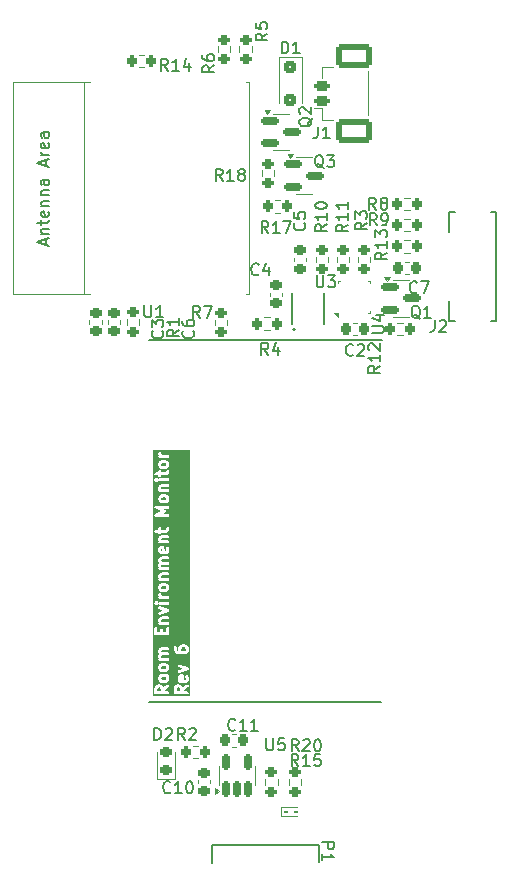
<source format=gto>
G04 #@! TF.GenerationSoftware,KiCad,Pcbnew,8.0.7*
G04 #@! TF.CreationDate,2025-08-07T07:41:48-04:00*
G04 #@! TF.ProjectId,room_environment_monitor,726f6f6d-5f65-46e7-9669-726f6e6d656e,rev?*
G04 #@! TF.SameCoordinates,Original*
G04 #@! TF.FileFunction,Legend,Top*
G04 #@! TF.FilePolarity,Positive*
%FSLAX46Y46*%
G04 Gerber Fmt 4.6, Leading zero omitted, Abs format (unit mm)*
G04 Created by KiCad (PCBNEW 8.0.7) date 2025-08-07 07:41:48*
%MOMM*%
%LPD*%
G01*
G04 APERTURE LIST*
G04 Aperture macros list*
%AMRoundRect*
0 Rectangle with rounded corners*
0 $1 Rounding radius*
0 $2 $3 $4 $5 $6 $7 $8 $9 X,Y pos of 4 corners*
0 Add a 4 corners polygon primitive as box body*
4,1,4,$2,$3,$4,$5,$6,$7,$8,$9,$2,$3,0*
0 Add four circle primitives for the rounded corners*
1,1,$1+$1,$2,$3*
1,1,$1+$1,$4,$5*
1,1,$1+$1,$6,$7*
1,1,$1+$1,$8,$9*
0 Add four rect primitives between the rounded corners*
20,1,$1+$1,$2,$3,$4,$5,0*
20,1,$1+$1,$4,$5,$6,$7,0*
20,1,$1+$1,$6,$7,$8,$9,0*
20,1,$1+$1,$8,$9,$2,$3,0*%
G04 Aperture macros list end*
%ADD10C,0.150000*%
%ADD11C,0.254000*%
%ADD12C,0.120000*%
%ADD13C,0.100000*%
%ADD14C,0.152400*%
%ADD15RoundRect,0.200000X0.275000X-0.200000X0.275000X0.200000X-0.275000X0.200000X-0.275000X-0.200000X0*%
%ADD16RoundRect,0.200000X0.200000X0.275000X-0.200000X0.275000X-0.200000X-0.275000X0.200000X-0.275000X0*%
%ADD17RoundRect,0.225000X0.225000X0.250000X-0.225000X0.250000X-0.225000X-0.250000X0.225000X-0.250000X0*%
%ADD18RoundRect,0.200000X0.450000X-0.200000X0.450000X0.200000X-0.450000X0.200000X-0.450000X-0.200000X0*%
%ADD19RoundRect,0.250001X1.249999X-0.799999X1.249999X0.799999X-1.249999X0.799999X-1.249999X-0.799999X0*%
%ADD20R,0.900000X1.500000*%
%ADD21R,0.700000X0.700000*%
%ADD22RoundRect,0.200000X-0.200000X-0.275000X0.200000X-0.275000X0.200000X0.275000X-0.200000X0.275000X0*%
%ADD23RoundRect,0.150000X0.150000X-0.512500X0.150000X0.512500X-0.150000X0.512500X-0.150000X-0.512500X0*%
%ADD24RoundRect,0.250000X-0.300000X0.300000X-0.300000X-0.300000X0.300000X-0.300000X0.300000X0.300000X0*%
%ADD25RoundRect,0.150000X-0.587500X-0.150000X0.587500X-0.150000X0.587500X0.150000X-0.587500X0.150000X0*%
%ADD26RoundRect,0.225000X0.250000X-0.225000X0.250000X0.225000X-0.250000X0.225000X-0.250000X-0.225000X0*%
%ADD27C,2.200000*%
%ADD28RoundRect,0.225000X-0.225000X-0.250000X0.225000X-0.250000X0.225000X0.250000X-0.225000X0.250000X0*%
%ADD29RoundRect,0.218750X0.256250X-0.218750X0.256250X0.218750X-0.256250X0.218750X-0.256250X-0.218750X0*%
%ADD30RoundRect,0.200000X-0.275000X0.200000X-0.275000X-0.200000X0.275000X-0.200000X0.275000X0.200000X0*%
%ADD31R,0.500000X0.350000*%
%ADD32RoundRect,0.225000X-0.250000X0.225000X-0.250000X-0.225000X0.250000X-0.225000X0.250000X0.225000X0*%
%ADD33RoundRect,0.062500X0.117500X0.062500X-0.117500X0.062500X-0.117500X-0.062500X0.117500X-0.062500X0*%
%ADD34R,3.352800X0.711200*%
%ADD35R,2.387600X1.600200*%
%ADD36R,0.355600X0.762000*%
%ADD37R,1.701800X1.244600*%
%ADD38R,0.711200X2.006600*%
%ADD39R,0.812800X2.006600*%
%ADD40R,0.889000X2.006600*%
%ADD41O,1.066800X1.701800*%
G04 APERTURE END LIST*
D10*
X100100000Y-128400000D02*
X119800000Y-128400000D01*
X119825000Y-97750000D02*
X100100000Y-97750000D01*
D11*
G36*
X101070946Y-127163173D02*
G01*
X101090185Y-127182412D01*
X101115940Y-127233922D01*
X101115940Y-127463990D01*
X100837749Y-127463990D01*
X100837749Y-127233922D01*
X100863504Y-127182412D01*
X100882743Y-127163173D01*
X100934253Y-127137418D01*
X101019436Y-127137418D01*
X101070946Y-127163173D01*
G37*
G36*
X102706649Y-127163173D02*
G01*
X102725888Y-127182412D01*
X102751643Y-127233922D01*
X102751643Y-127463990D01*
X102473452Y-127463990D01*
X102473452Y-127233922D01*
X102499207Y-127182412D01*
X102518446Y-127163173D01*
X102569956Y-127137418D01*
X102655139Y-127137418D01*
X102706649Y-127163173D01*
G37*
G36*
X101554756Y-126243935D02*
G01*
X101573993Y-126263172D01*
X101599749Y-126314684D01*
X101599749Y-126399866D01*
X101573993Y-126451378D01*
X101554756Y-126470616D01*
X101503246Y-126496371D01*
X101272920Y-126496371D01*
X101221410Y-126470616D01*
X101202171Y-126451377D01*
X101176416Y-126399867D01*
X101176416Y-126314684D01*
X101202171Y-126263174D01*
X101221410Y-126243935D01*
X101272920Y-126218180D01*
X101503246Y-126218180D01*
X101554756Y-126243935D01*
G37*
G36*
X102868871Y-126496371D02*
G01*
X102860242Y-126496371D01*
X102828160Y-126480330D01*
X102812119Y-126448248D01*
X102812119Y-126314684D01*
X102826700Y-126285520D01*
X102868871Y-126496371D01*
G37*
G36*
X101554756Y-125324697D02*
G01*
X101573993Y-125343934D01*
X101599749Y-125395446D01*
X101599749Y-125480628D01*
X101573993Y-125532140D01*
X101554756Y-125551378D01*
X101503246Y-125577133D01*
X101272920Y-125577133D01*
X101221410Y-125551378D01*
X101202171Y-125532139D01*
X101176416Y-125480629D01*
X101176416Y-125395446D01*
X101202171Y-125343936D01*
X101221410Y-125324697D01*
X101272920Y-125298942D01*
X101503246Y-125298942D01*
X101554756Y-125324697D01*
G37*
G36*
X103190459Y-123776507D02*
G01*
X103209696Y-123795744D01*
X103235452Y-123847256D01*
X103235452Y-123980819D01*
X103209696Y-124032331D01*
X103190459Y-124051569D01*
X103138949Y-124077324D01*
X102957004Y-124077324D01*
X102905494Y-124051569D01*
X102886255Y-124032330D01*
X102860500Y-123980820D01*
X102860500Y-123847256D01*
X102886255Y-123795746D01*
X102905494Y-123776507D01*
X102957004Y-123750752D01*
X103138949Y-123750752D01*
X103190459Y-123776507D01*
G37*
G36*
X101554756Y-118551364D02*
G01*
X101573993Y-118570601D01*
X101599749Y-118622113D01*
X101599749Y-118707295D01*
X101573993Y-118758807D01*
X101554756Y-118778045D01*
X101503246Y-118803800D01*
X101272920Y-118803800D01*
X101221410Y-118778045D01*
X101202171Y-118758806D01*
X101176416Y-118707296D01*
X101176416Y-118622113D01*
X101202171Y-118570603D01*
X101221410Y-118551364D01*
X101272920Y-118525609D01*
X101503246Y-118525609D01*
X101554756Y-118551364D01*
G37*
G36*
X101233168Y-115610657D02*
G01*
X101224539Y-115610657D01*
X101192457Y-115594616D01*
X101176416Y-115562534D01*
X101176416Y-115428970D01*
X101190997Y-115399806D01*
X101233168Y-115610657D01*
G37*
G36*
X101554756Y-111052317D02*
G01*
X101573993Y-111071554D01*
X101599749Y-111123066D01*
X101599749Y-111208248D01*
X101573993Y-111259760D01*
X101554756Y-111278998D01*
X101503246Y-111304753D01*
X101272920Y-111304753D01*
X101221410Y-111278998D01*
X101202171Y-111259759D01*
X101176416Y-111208249D01*
X101176416Y-111123066D01*
X101202171Y-111071556D01*
X101221410Y-111052317D01*
X101272920Y-111026562D01*
X101503246Y-111026562D01*
X101554756Y-111052317D01*
G37*
G36*
X101554756Y-108149460D02*
G01*
X101573993Y-108168697D01*
X101599749Y-108220209D01*
X101599749Y-108305391D01*
X101573993Y-108356903D01*
X101554756Y-108376141D01*
X101503246Y-108401896D01*
X101272920Y-108401896D01*
X101221410Y-108376141D01*
X101202171Y-108356902D01*
X101176416Y-108305392D01*
X101176416Y-108220209D01*
X101202171Y-108168699D01*
X101221410Y-108149460D01*
X101272920Y-108123705D01*
X101503246Y-108123705D01*
X101554756Y-108149460D01*
G37*
G36*
X103616452Y-127844990D02*
G01*
X100456749Y-127844990D01*
X100456749Y-127203942D01*
X100583749Y-127203942D01*
X100583749Y-127590990D01*
X100586189Y-127615766D01*
X100605152Y-127661547D01*
X100640192Y-127696587D01*
X100685973Y-127715550D01*
X100710749Y-127717990D01*
X101726749Y-127717990D01*
X101751525Y-127715550D01*
X101797306Y-127696587D01*
X101832346Y-127661547D01*
X101851309Y-127615766D01*
X101851309Y-127566214D01*
X101832346Y-127520433D01*
X101797306Y-127485393D01*
X101751525Y-127466430D01*
X101726749Y-127463990D01*
X101369940Y-127463990D01*
X101369940Y-127415207D01*
X101671747Y-127203942D01*
X102219452Y-127203942D01*
X102219452Y-127590990D01*
X102221892Y-127615766D01*
X102240855Y-127661547D01*
X102275895Y-127696587D01*
X102321676Y-127715550D01*
X102346452Y-127717990D01*
X103362452Y-127717990D01*
X103387228Y-127715550D01*
X103433009Y-127696587D01*
X103468049Y-127661547D01*
X103487012Y-127615766D01*
X103487012Y-127566214D01*
X103468049Y-127520433D01*
X103433009Y-127485393D01*
X103387228Y-127466430D01*
X103362452Y-127463990D01*
X103005643Y-127463990D01*
X103005643Y-127415207D01*
X103435282Y-127114460D01*
X103454180Y-127098253D01*
X103480811Y-127056464D01*
X103489423Y-127007664D01*
X103478704Y-126959284D01*
X103450288Y-126918690D01*
X103408499Y-126892059D01*
X103359699Y-126883448D01*
X103311319Y-126894166D01*
X103289623Y-126906375D01*
X102980161Y-127122998D01*
X102943854Y-127050384D01*
X102937140Y-127039719D01*
X102935858Y-127036622D01*
X102932996Y-127033135D01*
X102930592Y-127029315D01*
X102928058Y-127027117D01*
X102920065Y-127017377D01*
X102871684Y-126968996D01*
X102861943Y-126961002D01*
X102859746Y-126958469D01*
X102855925Y-126956064D01*
X102852439Y-126953203D01*
X102849341Y-126951920D01*
X102838677Y-126945207D01*
X102741915Y-126896826D01*
X102718664Y-126887928D01*
X102714111Y-126887604D01*
X102709895Y-126885858D01*
X102685119Y-126883418D01*
X102539976Y-126883418D01*
X102515200Y-126885858D01*
X102510983Y-126887604D01*
X102506431Y-126887928D01*
X102483180Y-126896826D01*
X102386418Y-126945207D01*
X102375753Y-126951920D01*
X102372656Y-126953203D01*
X102369169Y-126956064D01*
X102365349Y-126958469D01*
X102363151Y-126961002D01*
X102353411Y-126968996D01*
X102305030Y-127017377D01*
X102297036Y-127027117D01*
X102294503Y-127029315D01*
X102292098Y-127033135D01*
X102289237Y-127036622D01*
X102287954Y-127039719D01*
X102281241Y-127050384D01*
X102232860Y-127147146D01*
X102223962Y-127170397D01*
X102223638Y-127174949D01*
X102221892Y-127179166D01*
X102219452Y-127203942D01*
X101671747Y-127203942D01*
X101799579Y-127114460D01*
X101818477Y-127098253D01*
X101845108Y-127056464D01*
X101853720Y-127007664D01*
X101843001Y-126959284D01*
X101814585Y-126918690D01*
X101772796Y-126892059D01*
X101723996Y-126883448D01*
X101675616Y-126894166D01*
X101653920Y-126906375D01*
X101344458Y-127122998D01*
X101308151Y-127050384D01*
X101301437Y-127039719D01*
X101300155Y-127036622D01*
X101297293Y-127033135D01*
X101294889Y-127029315D01*
X101292355Y-127027117D01*
X101284362Y-127017377D01*
X101235981Y-126968996D01*
X101226240Y-126961002D01*
X101224043Y-126958469D01*
X101220222Y-126956064D01*
X101216736Y-126953203D01*
X101213638Y-126951920D01*
X101202974Y-126945207D01*
X101106212Y-126896826D01*
X101082961Y-126887928D01*
X101078408Y-126887604D01*
X101074192Y-126885858D01*
X101049416Y-126883418D01*
X100904273Y-126883418D01*
X100879497Y-126885858D01*
X100875280Y-126887604D01*
X100870728Y-126887928D01*
X100847477Y-126896826D01*
X100750715Y-126945207D01*
X100740050Y-126951920D01*
X100736953Y-126953203D01*
X100733466Y-126956064D01*
X100729646Y-126958469D01*
X100727448Y-126961002D01*
X100717708Y-126968996D01*
X100669327Y-127017377D01*
X100661333Y-127027117D01*
X100658800Y-127029315D01*
X100656395Y-127033135D01*
X100653534Y-127036622D01*
X100652251Y-127039719D01*
X100645538Y-127050384D01*
X100597157Y-127147146D01*
X100588259Y-127170397D01*
X100587935Y-127174949D01*
X100586189Y-127179166D01*
X100583749Y-127203942D01*
X100456749Y-127203942D01*
X100456749Y-126284704D01*
X100922416Y-126284704D01*
X100922416Y-126429847D01*
X100924856Y-126454623D01*
X100926602Y-126458839D01*
X100926926Y-126463392D01*
X100935824Y-126486643D01*
X100984205Y-126583405D01*
X100990918Y-126594069D01*
X100992201Y-126597167D01*
X100995062Y-126600653D01*
X100997467Y-126604474D01*
X101000000Y-126606671D01*
X101007994Y-126616412D01*
X101056375Y-126664793D01*
X101066115Y-126672786D01*
X101068313Y-126675320D01*
X101072133Y-126677724D01*
X101075620Y-126680586D01*
X101078717Y-126681868D01*
X101089382Y-126688582D01*
X101186144Y-126736963D01*
X101209395Y-126745861D01*
X101213947Y-126746184D01*
X101218164Y-126747931D01*
X101242940Y-126750371D01*
X101533226Y-126750371D01*
X101558002Y-126747931D01*
X101562218Y-126746184D01*
X101566771Y-126745861D01*
X101590022Y-126736963D01*
X101686784Y-126688582D01*
X101697448Y-126681868D01*
X101700546Y-126680586D01*
X101704032Y-126677724D01*
X101707853Y-126675320D01*
X101710050Y-126672786D01*
X101719791Y-126664793D01*
X101768172Y-126616412D01*
X101776168Y-126606668D01*
X101778699Y-126604473D01*
X101781101Y-126600656D01*
X101783965Y-126597167D01*
X101785248Y-126594069D01*
X101791962Y-126583404D01*
X101840342Y-126486642D01*
X101849239Y-126463390D01*
X101849562Y-126458839D01*
X101851309Y-126454623D01*
X101853749Y-126429847D01*
X101853749Y-126284704D01*
X102558119Y-126284704D01*
X102558119Y-126478228D01*
X102560559Y-126503004D01*
X102562305Y-126507220D01*
X102562629Y-126511773D01*
X102571527Y-126535024D01*
X102619908Y-126631786D01*
X102622514Y-126635926D01*
X102623167Y-126637885D01*
X102625282Y-126640323D01*
X102633170Y-126652855D01*
X102645199Y-126663288D01*
X102655635Y-126675320D01*
X102668170Y-126683210D01*
X102670605Y-126685322D01*
X102672560Y-126685973D01*
X102676704Y-126688582D01*
X102773466Y-126736963D01*
X102796717Y-126745861D01*
X102801269Y-126746184D01*
X102805486Y-126747931D01*
X102830262Y-126750371D01*
X103023919Y-126750371D01*
X103217310Y-126750371D01*
X103242086Y-126747931D01*
X103246302Y-126746184D01*
X103250855Y-126745861D01*
X103274106Y-126736963D01*
X103370868Y-126688582D01*
X103375010Y-126685974D01*
X103376968Y-126685322D01*
X103379404Y-126683208D01*
X103391937Y-126675320D01*
X103402372Y-126663287D01*
X103414402Y-126652854D01*
X103422292Y-126640319D01*
X103424404Y-126637885D01*
X103425055Y-126635930D01*
X103427665Y-126631785D01*
X103476045Y-126535023D01*
X103484942Y-126511771D01*
X103485265Y-126507220D01*
X103487012Y-126503004D01*
X103489452Y-126478228D01*
X103489452Y-126284704D01*
X103487012Y-126259928D01*
X103485265Y-126255711D01*
X103484942Y-126251161D01*
X103476045Y-126227909D01*
X103427665Y-126131147D01*
X103414402Y-126110078D01*
X103376968Y-126077610D01*
X103329957Y-126061939D01*
X103280528Y-126065452D01*
X103236208Y-126087612D01*
X103203740Y-126125046D01*
X103188069Y-126172057D01*
X103191582Y-126221486D01*
X103200479Y-126244737D01*
X103235452Y-126314684D01*
X103235452Y-126448247D01*
X103219410Y-126480330D01*
X103187330Y-126496371D01*
X103127901Y-126496371D01*
X103051558Y-126114654D01*
X103044306Y-126090838D01*
X103037382Y-126080499D01*
X103032621Y-126069004D01*
X103023729Y-126060112D01*
X103016733Y-126049665D01*
X103006379Y-126042762D01*
X102997581Y-126033964D01*
X102985965Y-126029152D01*
X102975502Y-126022177D01*
X102963294Y-126019762D01*
X102951800Y-126015001D01*
X102927024Y-126012561D01*
X102830262Y-126012561D01*
X102805486Y-126015001D01*
X102801269Y-126016747D01*
X102796717Y-126017071D01*
X102773466Y-126025969D01*
X102676704Y-126074350D01*
X102672560Y-126076958D01*
X102670605Y-126077610D01*
X102668170Y-126079721D01*
X102655635Y-126087612D01*
X102645199Y-126099643D01*
X102633170Y-126110077D01*
X102625282Y-126122608D01*
X102623167Y-126125047D01*
X102622514Y-126127005D01*
X102619908Y-126131146D01*
X102571527Y-126227908D01*
X102562629Y-126251159D01*
X102562305Y-126255711D01*
X102560559Y-126259928D01*
X102558119Y-126284704D01*
X101853749Y-126284704D01*
X101851309Y-126259928D01*
X101849562Y-126255711D01*
X101849239Y-126251161D01*
X101840342Y-126227909D01*
X101791962Y-126131147D01*
X101785248Y-126120481D01*
X101783965Y-126117384D01*
X101781101Y-126113894D01*
X101778699Y-126110078D01*
X101776168Y-126107882D01*
X101768172Y-126098139D01*
X101719791Y-126049758D01*
X101710050Y-126041764D01*
X101707853Y-126039231D01*
X101704032Y-126036826D01*
X101700546Y-126033965D01*
X101697448Y-126032682D01*
X101686784Y-126025969D01*
X101590022Y-125977588D01*
X101566771Y-125968690D01*
X101562218Y-125968366D01*
X101558002Y-125966620D01*
X101533226Y-125964180D01*
X101242940Y-125964180D01*
X101218164Y-125966620D01*
X101213947Y-125968366D01*
X101209395Y-125968690D01*
X101186144Y-125977588D01*
X101089382Y-126025969D01*
X101078717Y-126032682D01*
X101075620Y-126033965D01*
X101072133Y-126036826D01*
X101068313Y-126039231D01*
X101066115Y-126041764D01*
X101056375Y-126049758D01*
X101007994Y-126098139D01*
X101000000Y-126107879D01*
X100997467Y-126110077D01*
X100995062Y-126113897D01*
X100992201Y-126117384D01*
X100990918Y-126120481D01*
X100984205Y-126131146D01*
X100935824Y-126227908D01*
X100926926Y-126251159D01*
X100926602Y-126255711D01*
X100924856Y-126259928D01*
X100922416Y-126284704D01*
X100456749Y-126284704D01*
X100456749Y-125365466D01*
X100922416Y-125365466D01*
X100922416Y-125510609D01*
X100924856Y-125535385D01*
X100926602Y-125539601D01*
X100926926Y-125544154D01*
X100935824Y-125567405D01*
X100984205Y-125664167D01*
X100990918Y-125674831D01*
X100992201Y-125677929D01*
X100995062Y-125681415D01*
X100997467Y-125685236D01*
X101000000Y-125687433D01*
X101007994Y-125697174D01*
X101056375Y-125745555D01*
X101066115Y-125753548D01*
X101068313Y-125756082D01*
X101072133Y-125758486D01*
X101075620Y-125761348D01*
X101078717Y-125762630D01*
X101089382Y-125769344D01*
X101186144Y-125817725D01*
X101209395Y-125826623D01*
X101213947Y-125826946D01*
X101218164Y-125828693D01*
X101242940Y-125831133D01*
X101533226Y-125831133D01*
X101558002Y-125828693D01*
X101562218Y-125826946D01*
X101566771Y-125826623D01*
X101590022Y-125817725D01*
X101686784Y-125769344D01*
X101697448Y-125762630D01*
X101700546Y-125761348D01*
X101704032Y-125758486D01*
X101707853Y-125756082D01*
X101710050Y-125753548D01*
X101719791Y-125745555D01*
X101768172Y-125697174D01*
X101776168Y-125687430D01*
X101778699Y-125685235D01*
X101781101Y-125681418D01*
X101783965Y-125677929D01*
X101785248Y-125674831D01*
X101791962Y-125664166D01*
X101840342Y-125567404D01*
X101849239Y-125544152D01*
X101849562Y-125539601D01*
X101851309Y-125535385D01*
X101853749Y-125510609D01*
X101853749Y-125365466D01*
X101851309Y-125340690D01*
X101849562Y-125336473D01*
X101849239Y-125331923D01*
X101840342Y-125308671D01*
X101835268Y-125298523D01*
X102559483Y-125298523D01*
X102561943Y-125348015D01*
X102583156Y-125392799D01*
X102619892Y-125426055D01*
X102642404Y-125436686D01*
X102984854Y-125558990D01*
X102642404Y-125681294D01*
X102619892Y-125691925D01*
X102583156Y-125725181D01*
X102561943Y-125769965D01*
X102559483Y-125819457D01*
X102576149Y-125866122D01*
X102609405Y-125902858D01*
X102654189Y-125924071D01*
X102703681Y-125926531D01*
X102727834Y-125920496D01*
X103405166Y-125678591D01*
X103427678Y-125667960D01*
X103432402Y-125663682D01*
X103438166Y-125660953D01*
X103450642Y-125647170D01*
X103464414Y-125634704D01*
X103467142Y-125628944D01*
X103471422Y-125624217D01*
X103477673Y-125606712D01*
X103485628Y-125589920D01*
X103485944Y-125583553D01*
X103488088Y-125577551D01*
X103487165Y-125558990D01*
X103488088Y-125540429D01*
X103485944Y-125534426D01*
X103485628Y-125528060D01*
X103477673Y-125511267D01*
X103471422Y-125493763D01*
X103467142Y-125489035D01*
X103464414Y-125483276D01*
X103450642Y-125470809D01*
X103438166Y-125457027D01*
X103432402Y-125454297D01*
X103427678Y-125450020D01*
X103405166Y-125439389D01*
X102727834Y-125197484D01*
X102703681Y-125191449D01*
X102654189Y-125193909D01*
X102609405Y-125215122D01*
X102576149Y-125251858D01*
X102559483Y-125298523D01*
X101835268Y-125298523D01*
X101791962Y-125211909D01*
X101785248Y-125201243D01*
X101783965Y-125198146D01*
X101781101Y-125194656D01*
X101778699Y-125190840D01*
X101776168Y-125188644D01*
X101768172Y-125178901D01*
X101719791Y-125130520D01*
X101710050Y-125122526D01*
X101707853Y-125119993D01*
X101704032Y-125117588D01*
X101700546Y-125114727D01*
X101697448Y-125113444D01*
X101686784Y-125106731D01*
X101590022Y-125058350D01*
X101566771Y-125049452D01*
X101562218Y-125049128D01*
X101558002Y-125047382D01*
X101533226Y-125044942D01*
X101242940Y-125044942D01*
X101218164Y-125047382D01*
X101213947Y-125049128D01*
X101209395Y-125049452D01*
X101186144Y-125058350D01*
X101089382Y-125106731D01*
X101078717Y-125113444D01*
X101075620Y-125114727D01*
X101072133Y-125117588D01*
X101068313Y-125119993D01*
X101066115Y-125122526D01*
X101056375Y-125130520D01*
X101007994Y-125178901D01*
X101000000Y-125188641D01*
X100997467Y-125190839D01*
X100995062Y-125194659D01*
X100992201Y-125198146D01*
X100990918Y-125201243D01*
X100984205Y-125211908D01*
X100935824Y-125308670D01*
X100926926Y-125331921D01*
X100926602Y-125336473D01*
X100924856Y-125340690D01*
X100922416Y-125365466D01*
X100456749Y-125365466D01*
X100456749Y-124010799D01*
X100922416Y-124010799D01*
X100922416Y-124155942D01*
X100924856Y-124180718D01*
X100926602Y-124184934D01*
X100926926Y-124189487D01*
X100935824Y-124212738D01*
X100979997Y-124301085D01*
X100935824Y-124389432D01*
X100926926Y-124412683D01*
X100926602Y-124417235D01*
X100924856Y-124421452D01*
X100922416Y-124446228D01*
X100922416Y-124591371D01*
X100924856Y-124616147D01*
X100926602Y-124620363D01*
X100926926Y-124624916D01*
X100935824Y-124648167D01*
X100944419Y-124665357D01*
X100943819Y-124665957D01*
X100924856Y-124711738D01*
X100924856Y-124761290D01*
X100943819Y-124807071D01*
X100978859Y-124842111D01*
X101024640Y-124861074D01*
X101049416Y-124863514D01*
X101726749Y-124863514D01*
X101751525Y-124861074D01*
X101797306Y-124842111D01*
X101832346Y-124807071D01*
X101851309Y-124761290D01*
X101851309Y-124711738D01*
X101832346Y-124665957D01*
X101797306Y-124630917D01*
X101751525Y-124611954D01*
X101726749Y-124609514D01*
X101200477Y-124609514D01*
X101176416Y-124561391D01*
X101176416Y-124476208D01*
X101192457Y-124444126D01*
X101224539Y-124428085D01*
X101726749Y-124428085D01*
X101751525Y-124425645D01*
X101797306Y-124406682D01*
X101832346Y-124371642D01*
X101851309Y-124325861D01*
X101851309Y-124276309D01*
X101832346Y-124230528D01*
X101797306Y-124195488D01*
X101751525Y-124176525D01*
X101726749Y-124174085D01*
X101224539Y-124174085D01*
X101192457Y-124158044D01*
X101176416Y-124125962D01*
X101176416Y-124040780D01*
X101192457Y-124008697D01*
X101224539Y-123992657D01*
X101726749Y-123992657D01*
X101751525Y-123990217D01*
X101797306Y-123971254D01*
X101832346Y-123936214D01*
X101851309Y-123890433D01*
X101851309Y-123840881D01*
X101832346Y-123795100D01*
X101797306Y-123760060D01*
X101751525Y-123741097D01*
X101726749Y-123738657D01*
X101194559Y-123738657D01*
X101169783Y-123741097D01*
X101165566Y-123742843D01*
X101161014Y-123743167D01*
X101137763Y-123752065D01*
X101041001Y-123800446D01*
X101036856Y-123803054D01*
X101034903Y-123803706D01*
X101032470Y-123805815D01*
X101019932Y-123813708D01*
X101009495Y-123825741D01*
X100997467Y-123836173D01*
X100989579Y-123848704D01*
X100987464Y-123851143D01*
X100986811Y-123853101D01*
X100984205Y-123857242D01*
X100935824Y-123954002D01*
X100926926Y-123977254D01*
X100926602Y-123981806D01*
X100924856Y-123986023D01*
X100922416Y-124010799D01*
X100456749Y-124010799D01*
X100456749Y-123720514D01*
X102219452Y-123720514D01*
X102219452Y-123914038D01*
X102221892Y-123938814D01*
X102223638Y-123943030D01*
X102223962Y-123947583D01*
X102232860Y-123970834D01*
X102281241Y-124067596D01*
X102287954Y-124078260D01*
X102289237Y-124081358D01*
X102292098Y-124084844D01*
X102294503Y-124088665D01*
X102297036Y-124090862D01*
X102305030Y-124100603D01*
X102353411Y-124148984D01*
X102353482Y-124149042D01*
X102353506Y-124149078D01*
X102362831Y-124156714D01*
X102372656Y-124164777D01*
X102372697Y-124164794D01*
X102372767Y-124164851D01*
X102517910Y-124261613D01*
X102531589Y-124268906D01*
X102534111Y-124270775D01*
X102537089Y-124271839D01*
X102539878Y-124273326D01*
X102542954Y-124273934D01*
X102557555Y-124279151D01*
X102751079Y-124327532D01*
X102755374Y-124328167D01*
X102757105Y-124328884D01*
X102766434Y-124329802D01*
X102775707Y-124331174D01*
X102777559Y-124330898D01*
X102781881Y-124331324D01*
X103168929Y-124331324D01*
X103193705Y-124328884D01*
X103197921Y-124327137D01*
X103202474Y-124326814D01*
X103225725Y-124317916D01*
X103322487Y-124269535D01*
X103333151Y-124262821D01*
X103336249Y-124261539D01*
X103339735Y-124258677D01*
X103343556Y-124256273D01*
X103345753Y-124253739D01*
X103355494Y-124245746D01*
X103403875Y-124197365D01*
X103411871Y-124187621D01*
X103414402Y-124185426D01*
X103416804Y-124181609D01*
X103419668Y-124178120D01*
X103420951Y-124175022D01*
X103427665Y-124164357D01*
X103476045Y-124067595D01*
X103484942Y-124044343D01*
X103485265Y-124039792D01*
X103487012Y-124035576D01*
X103489452Y-124010800D01*
X103489452Y-123817276D01*
X103487012Y-123792500D01*
X103485265Y-123788283D01*
X103484942Y-123783733D01*
X103476045Y-123760481D01*
X103427665Y-123663719D01*
X103420951Y-123653053D01*
X103419668Y-123649956D01*
X103416804Y-123646466D01*
X103414402Y-123642650D01*
X103411871Y-123640454D01*
X103403875Y-123630711D01*
X103355494Y-123582330D01*
X103345753Y-123574336D01*
X103343556Y-123571803D01*
X103339735Y-123569398D01*
X103336249Y-123566537D01*
X103333151Y-123565254D01*
X103322487Y-123558541D01*
X103225725Y-123510160D01*
X103202474Y-123501262D01*
X103197921Y-123500938D01*
X103193705Y-123499192D01*
X103168929Y-123496752D01*
X102927024Y-123496752D01*
X102902248Y-123499192D01*
X102898031Y-123500938D01*
X102893479Y-123501262D01*
X102870228Y-123510160D01*
X102773466Y-123558541D01*
X102762801Y-123565254D01*
X102759704Y-123566537D01*
X102756217Y-123569398D01*
X102752397Y-123571803D01*
X102750199Y-123574336D01*
X102740459Y-123582330D01*
X102692078Y-123630711D01*
X102684084Y-123640451D01*
X102681551Y-123642649D01*
X102679146Y-123646469D01*
X102676285Y-123649956D01*
X102675002Y-123653053D01*
X102668289Y-123663718D01*
X102619908Y-123760480D01*
X102611010Y-123783731D01*
X102610686Y-123788283D01*
X102608940Y-123792500D01*
X102606500Y-123817276D01*
X102606500Y-124010800D01*
X102606985Y-124015727D01*
X102524128Y-123960489D01*
X102499207Y-123935568D01*
X102473452Y-123884058D01*
X102473452Y-123720514D01*
X102471012Y-123695738D01*
X102452049Y-123649957D01*
X102417009Y-123614917D01*
X102371228Y-123595954D01*
X102321676Y-123595954D01*
X102275895Y-123614917D01*
X102240855Y-123649957D01*
X102221892Y-123695738D01*
X102219452Y-123720514D01*
X100456749Y-123720514D01*
X100456749Y-122123942D01*
X100583749Y-122123942D01*
X100583749Y-122607752D01*
X100586189Y-122632528D01*
X100605152Y-122678309D01*
X100640192Y-122713349D01*
X100685973Y-122732312D01*
X100710749Y-122734752D01*
X101726749Y-122734752D01*
X101751525Y-122732312D01*
X101797306Y-122713349D01*
X101832346Y-122678309D01*
X101851309Y-122632528D01*
X101853749Y-122607752D01*
X101853749Y-122123942D01*
X101851309Y-122099166D01*
X101832346Y-122053385D01*
X101797306Y-122018345D01*
X101751525Y-121999382D01*
X101701973Y-121999382D01*
X101656192Y-122018345D01*
X101621152Y-122053385D01*
X101602189Y-122099166D01*
X101599749Y-122123942D01*
X101599749Y-122480752D01*
X101321559Y-122480752D01*
X101321559Y-122269085D01*
X101319119Y-122244309D01*
X101300156Y-122198528D01*
X101265116Y-122163488D01*
X101219335Y-122144525D01*
X101169783Y-122144525D01*
X101124002Y-122163488D01*
X101088962Y-122198528D01*
X101069999Y-122244309D01*
X101067559Y-122269085D01*
X101067559Y-122480752D01*
X100837749Y-122480752D01*
X100837749Y-122123942D01*
X100835309Y-122099166D01*
X100816346Y-122053385D01*
X100781306Y-122018345D01*
X100735525Y-121999382D01*
X100685973Y-121999382D01*
X100640192Y-122018345D01*
X100605152Y-122053385D01*
X100586189Y-122099166D01*
X100583749Y-122123942D01*
X100456749Y-122123942D01*
X100456749Y-121398228D01*
X100922416Y-121398228D01*
X100922416Y-121543371D01*
X100924856Y-121568147D01*
X100926602Y-121572363D01*
X100926926Y-121576916D01*
X100935824Y-121600167D01*
X100944419Y-121617357D01*
X100943819Y-121617957D01*
X100924856Y-121663738D01*
X100924856Y-121713290D01*
X100943819Y-121759071D01*
X100978859Y-121794111D01*
X101024640Y-121813074D01*
X101049416Y-121815514D01*
X101726749Y-121815514D01*
X101751525Y-121813074D01*
X101797306Y-121794111D01*
X101832346Y-121759071D01*
X101851309Y-121713290D01*
X101851309Y-121663738D01*
X101832346Y-121617957D01*
X101797306Y-121582917D01*
X101751525Y-121563954D01*
X101726749Y-121561514D01*
X101200477Y-121561514D01*
X101176416Y-121513391D01*
X101176416Y-121428208D01*
X101192457Y-121396126D01*
X101224539Y-121380085D01*
X101726749Y-121380085D01*
X101751525Y-121377645D01*
X101797306Y-121358682D01*
X101832346Y-121323642D01*
X101851309Y-121277861D01*
X101851309Y-121228309D01*
X101832346Y-121182528D01*
X101797306Y-121147488D01*
X101751525Y-121128525D01*
X101726749Y-121126085D01*
X101194559Y-121126085D01*
X101169783Y-121128525D01*
X101165566Y-121130271D01*
X101161014Y-121130595D01*
X101137763Y-121139493D01*
X101041001Y-121187874D01*
X101036857Y-121190482D01*
X101034902Y-121191134D01*
X101032467Y-121193245D01*
X101019932Y-121201136D01*
X101009496Y-121213167D01*
X100997467Y-121223601D01*
X100989579Y-121236132D01*
X100987464Y-121238571D01*
X100986811Y-121240529D01*
X100984205Y-121244670D01*
X100935824Y-121341432D01*
X100926926Y-121364683D01*
X100926602Y-121369235D01*
X100924856Y-121373452D01*
X100922416Y-121398228D01*
X100456749Y-121398228D01*
X100456749Y-120363666D01*
X100923780Y-120363666D01*
X100926240Y-120413158D01*
X100947453Y-120457942D01*
X100984189Y-120491198D01*
X101006701Y-120501829D01*
X101349151Y-120624133D01*
X101006701Y-120746437D01*
X100984189Y-120757068D01*
X100947453Y-120790324D01*
X100926240Y-120835108D01*
X100923780Y-120884600D01*
X100940446Y-120931265D01*
X100973702Y-120968001D01*
X101018486Y-120989214D01*
X101067978Y-120991674D01*
X101092131Y-120985639D01*
X101769463Y-120743734D01*
X101791975Y-120733103D01*
X101796699Y-120728825D01*
X101802463Y-120726096D01*
X101814939Y-120712313D01*
X101828711Y-120699847D01*
X101831439Y-120694087D01*
X101835719Y-120689360D01*
X101841970Y-120671855D01*
X101849925Y-120655063D01*
X101850241Y-120648696D01*
X101852385Y-120642694D01*
X101851462Y-120624133D01*
X101852385Y-120605572D01*
X101850241Y-120599569D01*
X101849925Y-120593203D01*
X101841970Y-120576410D01*
X101835719Y-120558906D01*
X101831439Y-120554178D01*
X101828711Y-120548419D01*
X101814939Y-120535952D01*
X101802463Y-120522170D01*
X101796699Y-120519440D01*
X101791975Y-120515163D01*
X101769463Y-120504532D01*
X101092131Y-120262627D01*
X101067978Y-120256592D01*
X101018486Y-120259052D01*
X100973702Y-120280265D01*
X100940446Y-120317001D01*
X100923780Y-120363666D01*
X100456749Y-120363666D01*
X100456749Y-119970405D01*
X100586189Y-119970405D01*
X100586189Y-120019957D01*
X100605152Y-120065738D01*
X100605153Y-120065739D01*
X100620946Y-120084984D01*
X100669327Y-120133365D01*
X100688572Y-120149158D01*
X100734353Y-120168122D01*
X100783907Y-120168122D01*
X100829688Y-120149158D01*
X100848933Y-120133365D01*
X100897314Y-120084984D01*
X100913107Y-120065739D01*
X100913108Y-120065738D01*
X100928463Y-120028666D01*
X100943819Y-120065738D01*
X100978859Y-120100778D01*
X101024640Y-120119741D01*
X101049416Y-120122181D01*
X101726749Y-120122181D01*
X101751525Y-120119741D01*
X101797306Y-120100778D01*
X101832346Y-120065738D01*
X101851309Y-120019957D01*
X101851309Y-119970405D01*
X101832346Y-119924624D01*
X101797306Y-119889584D01*
X101751525Y-119870621D01*
X101726749Y-119868181D01*
X101049416Y-119868181D01*
X101024640Y-119870621D01*
X100978859Y-119889584D01*
X100943819Y-119924624D01*
X100928463Y-119961695D01*
X100913108Y-119924624D01*
X100913107Y-119924623D01*
X100897314Y-119905378D01*
X100848933Y-119856997D01*
X100829688Y-119841204D01*
X100783907Y-119822240D01*
X100734353Y-119822240D01*
X100688572Y-119841204D01*
X100669327Y-119856997D01*
X100620946Y-119905378D01*
X100605153Y-119924623D01*
X100605152Y-119924624D01*
X100586189Y-119970405D01*
X100456749Y-119970405D01*
X100456749Y-119221085D01*
X100922416Y-119221085D01*
X100922416Y-119317847D01*
X100924856Y-119342623D01*
X100926602Y-119346839D01*
X100926926Y-119351392D01*
X100935824Y-119374643D01*
X100960546Y-119424087D01*
X100943819Y-119440814D01*
X100924856Y-119486595D01*
X100924856Y-119536147D01*
X100943819Y-119581928D01*
X100978859Y-119616968D01*
X101024640Y-119635931D01*
X101049416Y-119638371D01*
X101726749Y-119638371D01*
X101751525Y-119635931D01*
X101797306Y-119616968D01*
X101832346Y-119581928D01*
X101851309Y-119536147D01*
X101851309Y-119486595D01*
X101832346Y-119440814D01*
X101797306Y-119405774D01*
X101751525Y-119386811D01*
X101726749Y-119384371D01*
X101272920Y-119384371D01*
X101221410Y-119358616D01*
X101202171Y-119339377D01*
X101176416Y-119287867D01*
X101176416Y-119221085D01*
X101173976Y-119196309D01*
X101155013Y-119150528D01*
X101119973Y-119115488D01*
X101074192Y-119096525D01*
X101024640Y-119096525D01*
X100978859Y-119115488D01*
X100943819Y-119150528D01*
X100924856Y-119196309D01*
X100922416Y-119221085D01*
X100456749Y-119221085D01*
X100456749Y-118592133D01*
X100922416Y-118592133D01*
X100922416Y-118737276D01*
X100924856Y-118762052D01*
X100926602Y-118766268D01*
X100926926Y-118770821D01*
X100935824Y-118794072D01*
X100984205Y-118890834D01*
X100990918Y-118901498D01*
X100992201Y-118904596D01*
X100995062Y-118908082D01*
X100997467Y-118911903D01*
X101000000Y-118914100D01*
X101007994Y-118923841D01*
X101056375Y-118972222D01*
X101066115Y-118980215D01*
X101068313Y-118982749D01*
X101072133Y-118985153D01*
X101075620Y-118988015D01*
X101078717Y-118989297D01*
X101089382Y-118996011D01*
X101186144Y-119044392D01*
X101209395Y-119053290D01*
X101213947Y-119053613D01*
X101218164Y-119055360D01*
X101242940Y-119057800D01*
X101533226Y-119057800D01*
X101558002Y-119055360D01*
X101562218Y-119053613D01*
X101566771Y-119053290D01*
X101590022Y-119044392D01*
X101686784Y-118996011D01*
X101697448Y-118989297D01*
X101700546Y-118988015D01*
X101704032Y-118985153D01*
X101707853Y-118982749D01*
X101710050Y-118980215D01*
X101719791Y-118972222D01*
X101768172Y-118923841D01*
X101776168Y-118914097D01*
X101778699Y-118911902D01*
X101781101Y-118908085D01*
X101783965Y-118904596D01*
X101785248Y-118901498D01*
X101791962Y-118890833D01*
X101840342Y-118794071D01*
X101849239Y-118770819D01*
X101849562Y-118766268D01*
X101851309Y-118762052D01*
X101853749Y-118737276D01*
X101853749Y-118592133D01*
X101851309Y-118567357D01*
X101849562Y-118563140D01*
X101849239Y-118558590D01*
X101840342Y-118535338D01*
X101791962Y-118438576D01*
X101785248Y-118427910D01*
X101783965Y-118424813D01*
X101781101Y-118421323D01*
X101778699Y-118417507D01*
X101776168Y-118415311D01*
X101768172Y-118405568D01*
X101719791Y-118357187D01*
X101710050Y-118349193D01*
X101707853Y-118346660D01*
X101704032Y-118344255D01*
X101700546Y-118341394D01*
X101697448Y-118340111D01*
X101686784Y-118333398D01*
X101590022Y-118285017D01*
X101566771Y-118276119D01*
X101562218Y-118275795D01*
X101558002Y-118274049D01*
X101533226Y-118271609D01*
X101242940Y-118271609D01*
X101218164Y-118274049D01*
X101213947Y-118275795D01*
X101209395Y-118276119D01*
X101186144Y-118285017D01*
X101089382Y-118333398D01*
X101078717Y-118340111D01*
X101075620Y-118341394D01*
X101072133Y-118344255D01*
X101068313Y-118346660D01*
X101066115Y-118349193D01*
X101056375Y-118357187D01*
X101007994Y-118405568D01*
X101000000Y-118415308D01*
X100997467Y-118417506D01*
X100995062Y-118421326D01*
X100992201Y-118424813D01*
X100990918Y-118427910D01*
X100984205Y-118438575D01*
X100935824Y-118535337D01*
X100926926Y-118558588D01*
X100926602Y-118563140D01*
X100924856Y-118567357D01*
X100922416Y-118592133D01*
X100456749Y-118592133D01*
X100456749Y-117672895D01*
X100922416Y-117672895D01*
X100922416Y-117818038D01*
X100924856Y-117842814D01*
X100926602Y-117847030D01*
X100926926Y-117851583D01*
X100935824Y-117874834D01*
X100944419Y-117892024D01*
X100943819Y-117892624D01*
X100924856Y-117938405D01*
X100924856Y-117987957D01*
X100943819Y-118033738D01*
X100978859Y-118068778D01*
X101024640Y-118087741D01*
X101049416Y-118090181D01*
X101726749Y-118090181D01*
X101751525Y-118087741D01*
X101797306Y-118068778D01*
X101832346Y-118033738D01*
X101851309Y-117987957D01*
X101851309Y-117938405D01*
X101832346Y-117892624D01*
X101797306Y-117857584D01*
X101751525Y-117838621D01*
X101726749Y-117836181D01*
X101200477Y-117836181D01*
X101176416Y-117788058D01*
X101176416Y-117702875D01*
X101192457Y-117670793D01*
X101224539Y-117654752D01*
X101726749Y-117654752D01*
X101751525Y-117652312D01*
X101797306Y-117633349D01*
X101832346Y-117598309D01*
X101851309Y-117552528D01*
X101851309Y-117502976D01*
X101832346Y-117457195D01*
X101797306Y-117422155D01*
X101751525Y-117403192D01*
X101726749Y-117400752D01*
X101194559Y-117400752D01*
X101169783Y-117403192D01*
X101165566Y-117404938D01*
X101161014Y-117405262D01*
X101137763Y-117414160D01*
X101041001Y-117462541D01*
X101036857Y-117465149D01*
X101034902Y-117465801D01*
X101032467Y-117467912D01*
X101019932Y-117475803D01*
X101009496Y-117487834D01*
X100997467Y-117498268D01*
X100989579Y-117510799D01*
X100987464Y-117513238D01*
X100986811Y-117515196D01*
X100984205Y-117519337D01*
X100935824Y-117616099D01*
X100926926Y-117639350D01*
X100926602Y-117643902D01*
X100924856Y-117648119D01*
X100922416Y-117672895D01*
X100456749Y-117672895D01*
X100456749Y-116318228D01*
X100922416Y-116318228D01*
X100922416Y-116463371D01*
X100924856Y-116488147D01*
X100926602Y-116492363D01*
X100926926Y-116496916D01*
X100935824Y-116520167D01*
X100979997Y-116608514D01*
X100935824Y-116696861D01*
X100926926Y-116720112D01*
X100926602Y-116724664D01*
X100924856Y-116728881D01*
X100922416Y-116753657D01*
X100922416Y-116898800D01*
X100924856Y-116923576D01*
X100926602Y-116927792D01*
X100926926Y-116932345D01*
X100935824Y-116955596D01*
X100944419Y-116972786D01*
X100943819Y-116973386D01*
X100924856Y-117019167D01*
X100924856Y-117068719D01*
X100943819Y-117114500D01*
X100978859Y-117149540D01*
X101024640Y-117168503D01*
X101049416Y-117170943D01*
X101726749Y-117170943D01*
X101751525Y-117168503D01*
X101797306Y-117149540D01*
X101832346Y-117114500D01*
X101851309Y-117068719D01*
X101851309Y-117019167D01*
X101832346Y-116973386D01*
X101797306Y-116938346D01*
X101751525Y-116919383D01*
X101726749Y-116916943D01*
X101200477Y-116916943D01*
X101176416Y-116868820D01*
X101176416Y-116783637D01*
X101192457Y-116751555D01*
X101224539Y-116735514D01*
X101726749Y-116735514D01*
X101751525Y-116733074D01*
X101797306Y-116714111D01*
X101832346Y-116679071D01*
X101851309Y-116633290D01*
X101851309Y-116583738D01*
X101832346Y-116537957D01*
X101797306Y-116502917D01*
X101751525Y-116483954D01*
X101726749Y-116481514D01*
X101224539Y-116481514D01*
X101192457Y-116465473D01*
X101176416Y-116433391D01*
X101176416Y-116348209D01*
X101192457Y-116316126D01*
X101224539Y-116300086D01*
X101726749Y-116300086D01*
X101751525Y-116297646D01*
X101797306Y-116278683D01*
X101832346Y-116243643D01*
X101851309Y-116197862D01*
X101851309Y-116148310D01*
X101832346Y-116102529D01*
X101797306Y-116067489D01*
X101751525Y-116048526D01*
X101726749Y-116046086D01*
X101194559Y-116046086D01*
X101169783Y-116048526D01*
X101165566Y-116050272D01*
X101161014Y-116050596D01*
X101137763Y-116059494D01*
X101041001Y-116107875D01*
X101036856Y-116110483D01*
X101034903Y-116111135D01*
X101032470Y-116113244D01*
X101019932Y-116121137D01*
X101009495Y-116133170D01*
X100997467Y-116143602D01*
X100989579Y-116156133D01*
X100987464Y-116158572D01*
X100986811Y-116160530D01*
X100984205Y-116164671D01*
X100935824Y-116261431D01*
X100926926Y-116284683D01*
X100926602Y-116289235D01*
X100924856Y-116293452D01*
X100922416Y-116318228D01*
X100456749Y-116318228D01*
X100456749Y-115398990D01*
X100922416Y-115398990D01*
X100922416Y-115592514D01*
X100924856Y-115617290D01*
X100926602Y-115621506D01*
X100926926Y-115626059D01*
X100935824Y-115649310D01*
X100984205Y-115746072D01*
X100986811Y-115750212D01*
X100987464Y-115752171D01*
X100989579Y-115754609D01*
X100997467Y-115767141D01*
X101009496Y-115777574D01*
X101019932Y-115789606D01*
X101032467Y-115797496D01*
X101034902Y-115799608D01*
X101036857Y-115800259D01*
X101041001Y-115802868D01*
X101137763Y-115851249D01*
X101161014Y-115860147D01*
X101165566Y-115860470D01*
X101169783Y-115862217D01*
X101194559Y-115864657D01*
X101388216Y-115864657D01*
X101581607Y-115864657D01*
X101606383Y-115862217D01*
X101610599Y-115860470D01*
X101615152Y-115860147D01*
X101638403Y-115851249D01*
X101735165Y-115802868D01*
X101739307Y-115800260D01*
X101741265Y-115799608D01*
X101743701Y-115797494D01*
X101756234Y-115789606D01*
X101766669Y-115777573D01*
X101778699Y-115767140D01*
X101786589Y-115754605D01*
X101788701Y-115752171D01*
X101789352Y-115750216D01*
X101791962Y-115746071D01*
X101840342Y-115649309D01*
X101849239Y-115626057D01*
X101849562Y-115621506D01*
X101851309Y-115617290D01*
X101853749Y-115592514D01*
X101853749Y-115398990D01*
X101851309Y-115374214D01*
X101849562Y-115369997D01*
X101849239Y-115365447D01*
X101840342Y-115342195D01*
X101791962Y-115245433D01*
X101778699Y-115224364D01*
X101741265Y-115191896D01*
X101694254Y-115176225D01*
X101644825Y-115179738D01*
X101600505Y-115201898D01*
X101568037Y-115239332D01*
X101552366Y-115286343D01*
X101555879Y-115335772D01*
X101564776Y-115359023D01*
X101599749Y-115428970D01*
X101599749Y-115562533D01*
X101583707Y-115594616D01*
X101551627Y-115610657D01*
X101492198Y-115610657D01*
X101415855Y-115228940D01*
X101408603Y-115205124D01*
X101401679Y-115194785D01*
X101396918Y-115183290D01*
X101388026Y-115174398D01*
X101381030Y-115163951D01*
X101370676Y-115157048D01*
X101361878Y-115148250D01*
X101350262Y-115143438D01*
X101339799Y-115136463D01*
X101327591Y-115134048D01*
X101316097Y-115129287D01*
X101291321Y-115126847D01*
X101194559Y-115126847D01*
X101169783Y-115129287D01*
X101165566Y-115131033D01*
X101161014Y-115131357D01*
X101137763Y-115140255D01*
X101041001Y-115188636D01*
X101036857Y-115191244D01*
X101034902Y-115191896D01*
X101032467Y-115194007D01*
X101019932Y-115201898D01*
X101009496Y-115213929D01*
X100997467Y-115224363D01*
X100989579Y-115236894D01*
X100987464Y-115239333D01*
X100986811Y-115241291D01*
X100984205Y-115245432D01*
X100935824Y-115342194D01*
X100926926Y-115365445D01*
X100926602Y-115369997D01*
X100924856Y-115374214D01*
X100922416Y-115398990D01*
X100456749Y-115398990D01*
X100456749Y-114528133D01*
X100922416Y-114528133D01*
X100922416Y-114673276D01*
X100924856Y-114698052D01*
X100926602Y-114702268D01*
X100926926Y-114706821D01*
X100935824Y-114730072D01*
X100944419Y-114747262D01*
X100943819Y-114747862D01*
X100924856Y-114793643D01*
X100924856Y-114843195D01*
X100943819Y-114888976D01*
X100978859Y-114924016D01*
X101024640Y-114942979D01*
X101049416Y-114945419D01*
X101726749Y-114945419D01*
X101751525Y-114942979D01*
X101797306Y-114924016D01*
X101832346Y-114888976D01*
X101851309Y-114843195D01*
X101851309Y-114793643D01*
X101832346Y-114747862D01*
X101797306Y-114712822D01*
X101751525Y-114693859D01*
X101726749Y-114691419D01*
X101200477Y-114691419D01*
X101176416Y-114643296D01*
X101176416Y-114558113D01*
X101192457Y-114526031D01*
X101224539Y-114509990D01*
X101726749Y-114509990D01*
X101751525Y-114507550D01*
X101797306Y-114488587D01*
X101832346Y-114453547D01*
X101851309Y-114407766D01*
X101851309Y-114358214D01*
X101832346Y-114312433D01*
X101797306Y-114277393D01*
X101751525Y-114258430D01*
X101726749Y-114255990D01*
X101194559Y-114255990D01*
X101169783Y-114258430D01*
X101165566Y-114260176D01*
X101161014Y-114260500D01*
X101137763Y-114269398D01*
X101041001Y-114317779D01*
X101036857Y-114320387D01*
X101034902Y-114321039D01*
X101032467Y-114323150D01*
X101019932Y-114331041D01*
X101009496Y-114343072D01*
X100997467Y-114353506D01*
X100989579Y-114366037D01*
X100987464Y-114368476D01*
X100986811Y-114370434D01*
X100984205Y-114374575D01*
X100935824Y-114471337D01*
X100926926Y-114494588D01*
X100926602Y-114499140D01*
X100924856Y-114503357D01*
X100922416Y-114528133D01*
X100456749Y-114528133D01*
X100456749Y-113874405D01*
X100586189Y-113874405D01*
X100586189Y-113923957D01*
X100605152Y-113969738D01*
X100640192Y-114004778D01*
X100685973Y-114023741D01*
X100710749Y-114026181D01*
X100922416Y-114026181D01*
X100922416Y-114044324D01*
X100924856Y-114069100D01*
X100943819Y-114114881D01*
X100978859Y-114149921D01*
X101024640Y-114168884D01*
X101074192Y-114168884D01*
X101119973Y-114149921D01*
X101155013Y-114114881D01*
X101173976Y-114069100D01*
X101176416Y-114044324D01*
X101176416Y-114026181D01*
X101581607Y-114026181D01*
X101606383Y-114023741D01*
X101610599Y-114021994D01*
X101615152Y-114021671D01*
X101638403Y-114012773D01*
X101735165Y-113964392D01*
X101739307Y-113961784D01*
X101741265Y-113961132D01*
X101743701Y-113959018D01*
X101756234Y-113951130D01*
X101766669Y-113939097D01*
X101778699Y-113928664D01*
X101786589Y-113916129D01*
X101788701Y-113913695D01*
X101789352Y-113911740D01*
X101791962Y-113907595D01*
X101840342Y-113810833D01*
X101849239Y-113787581D01*
X101849562Y-113783030D01*
X101851309Y-113778814D01*
X101853749Y-113754038D01*
X101853749Y-113657276D01*
X101851309Y-113632500D01*
X101832346Y-113586719D01*
X101797306Y-113551679D01*
X101751525Y-113532716D01*
X101701973Y-113532716D01*
X101656192Y-113551679D01*
X101621152Y-113586719D01*
X101602189Y-113632500D01*
X101599749Y-113657276D01*
X101599749Y-113724057D01*
X101583707Y-113756140D01*
X101551627Y-113772181D01*
X101176416Y-113772181D01*
X101176416Y-113657276D01*
X101173976Y-113632500D01*
X101155013Y-113586719D01*
X101119973Y-113551679D01*
X101074192Y-113532716D01*
X101024640Y-113532716D01*
X100978859Y-113551679D01*
X100943819Y-113586719D01*
X100924856Y-113632500D01*
X100922416Y-113657276D01*
X100922416Y-113772181D01*
X100710749Y-113772181D01*
X100685973Y-113774621D01*
X100640192Y-113793584D01*
X100605152Y-113828624D01*
X100586189Y-113874405D01*
X100456749Y-113874405D01*
X100456749Y-111886463D01*
X100585221Y-111886463D01*
X100586189Y-111889124D01*
X100586189Y-111891957D01*
X100594623Y-111912320D01*
X100602156Y-111933034D01*
X100604068Y-111935122D01*
X100605152Y-111937738D01*
X100620733Y-111953319D01*
X100635623Y-111969578D01*
X100638981Y-111971567D01*
X100640192Y-111972778D01*
X100642962Y-111973925D01*
X100657043Y-111982266D01*
X101136147Y-112205848D01*
X100657043Y-112429430D01*
X100642962Y-112437770D01*
X100640192Y-112438918D01*
X100638981Y-112440128D01*
X100635623Y-112442118D01*
X100620733Y-112458376D01*
X100605152Y-112473958D01*
X100604068Y-112476573D01*
X100602156Y-112478662D01*
X100594623Y-112499375D01*
X100586189Y-112519739D01*
X100586189Y-112522571D01*
X100585221Y-112525233D01*
X100586189Y-112547255D01*
X100586189Y-112569291D01*
X100587272Y-112571906D01*
X100587397Y-112574738D01*
X100596721Y-112594718D01*
X100605152Y-112615072D01*
X100607154Y-112617074D01*
X100608352Y-112619641D01*
X100624610Y-112634530D01*
X100640192Y-112650112D01*
X100642807Y-112651195D01*
X100644896Y-112653108D01*
X100665609Y-112660640D01*
X100685973Y-112669075D01*
X100689856Y-112669457D01*
X100691467Y-112670043D01*
X100694464Y-112669911D01*
X100710749Y-112671515D01*
X101726749Y-112671515D01*
X101751525Y-112669075D01*
X101797306Y-112650112D01*
X101832346Y-112615072D01*
X101851309Y-112569291D01*
X101851309Y-112519739D01*
X101832346Y-112473958D01*
X101797306Y-112438918D01*
X101751525Y-112419955D01*
X101726749Y-112417515D01*
X101283209Y-112417515D01*
X101490170Y-112320933D01*
X101499242Y-112315559D01*
X101502317Y-112314441D01*
X101504491Y-112312450D01*
X101511590Y-112308245D01*
X101524626Y-112294010D01*
X101538861Y-112280974D01*
X101541246Y-112275861D01*
X101545057Y-112271701D01*
X101551651Y-112253565D01*
X101559816Y-112236071D01*
X101560063Y-112230432D01*
X101561992Y-112225130D01*
X101561144Y-112205848D01*
X101561992Y-112186566D01*
X101560063Y-112181263D01*
X101559816Y-112175625D01*
X101551651Y-112158130D01*
X101545057Y-112139995D01*
X101541246Y-112135834D01*
X101538861Y-112130722D01*
X101524626Y-112117685D01*
X101511590Y-112103451D01*
X101504491Y-112099245D01*
X101502317Y-112097255D01*
X101499242Y-112096136D01*
X101490170Y-112090763D01*
X101283209Y-111994181D01*
X101726749Y-111994181D01*
X101751525Y-111991741D01*
X101797306Y-111972778D01*
X101832346Y-111937738D01*
X101851309Y-111891957D01*
X101851309Y-111842405D01*
X101832346Y-111796624D01*
X101797306Y-111761584D01*
X101751525Y-111742621D01*
X101726749Y-111740181D01*
X100710749Y-111740181D01*
X100694464Y-111741784D01*
X100691467Y-111741653D01*
X100689856Y-111742238D01*
X100685973Y-111742621D01*
X100665609Y-111751055D01*
X100644896Y-111758588D01*
X100642807Y-111760500D01*
X100640192Y-111761584D01*
X100624610Y-111777165D01*
X100608352Y-111792055D01*
X100607154Y-111794621D01*
X100605152Y-111796624D01*
X100596721Y-111816977D01*
X100587397Y-111836958D01*
X100587272Y-111839789D01*
X100586189Y-111842405D01*
X100586189Y-111864440D01*
X100585221Y-111886463D01*
X100456749Y-111886463D01*
X100456749Y-111093086D01*
X100922416Y-111093086D01*
X100922416Y-111238229D01*
X100924856Y-111263005D01*
X100926602Y-111267221D01*
X100926926Y-111271774D01*
X100935824Y-111295025D01*
X100984205Y-111391787D01*
X100990918Y-111402451D01*
X100992201Y-111405549D01*
X100995062Y-111409035D01*
X100997467Y-111412856D01*
X101000000Y-111415053D01*
X101007994Y-111424794D01*
X101056375Y-111473175D01*
X101066115Y-111481168D01*
X101068313Y-111483702D01*
X101072133Y-111486106D01*
X101075620Y-111488968D01*
X101078717Y-111490250D01*
X101089382Y-111496964D01*
X101186144Y-111545345D01*
X101209395Y-111554243D01*
X101213947Y-111554566D01*
X101218164Y-111556313D01*
X101242940Y-111558753D01*
X101533226Y-111558753D01*
X101558002Y-111556313D01*
X101562218Y-111554566D01*
X101566771Y-111554243D01*
X101590022Y-111545345D01*
X101686784Y-111496964D01*
X101697448Y-111490250D01*
X101700546Y-111488968D01*
X101704032Y-111486106D01*
X101707853Y-111483702D01*
X101710050Y-111481168D01*
X101719791Y-111473175D01*
X101768172Y-111424794D01*
X101776168Y-111415050D01*
X101778699Y-111412855D01*
X101781101Y-111409038D01*
X101783965Y-111405549D01*
X101785248Y-111402451D01*
X101791962Y-111391786D01*
X101840342Y-111295024D01*
X101849239Y-111271772D01*
X101849562Y-111267221D01*
X101851309Y-111263005D01*
X101853749Y-111238229D01*
X101853749Y-111093086D01*
X101851309Y-111068310D01*
X101849562Y-111064093D01*
X101849239Y-111059543D01*
X101840342Y-111036291D01*
X101791962Y-110939529D01*
X101785248Y-110928863D01*
X101783965Y-110925766D01*
X101781101Y-110922276D01*
X101778699Y-110918460D01*
X101776168Y-110916264D01*
X101768172Y-110906521D01*
X101719791Y-110858140D01*
X101710050Y-110850146D01*
X101707853Y-110847613D01*
X101704032Y-110845208D01*
X101700546Y-110842347D01*
X101697448Y-110841064D01*
X101686784Y-110834351D01*
X101590022Y-110785970D01*
X101566771Y-110777072D01*
X101562218Y-110776748D01*
X101558002Y-110775002D01*
X101533226Y-110772562D01*
X101242940Y-110772562D01*
X101218164Y-110775002D01*
X101213947Y-110776748D01*
X101209395Y-110777072D01*
X101186144Y-110785970D01*
X101089382Y-110834351D01*
X101078717Y-110841064D01*
X101075620Y-110842347D01*
X101072133Y-110845208D01*
X101068313Y-110847613D01*
X101066115Y-110850146D01*
X101056375Y-110858140D01*
X101007994Y-110906521D01*
X101000000Y-110916261D01*
X100997467Y-110918459D01*
X100995062Y-110922279D01*
X100992201Y-110925766D01*
X100990918Y-110928863D01*
X100984205Y-110939528D01*
X100935824Y-111036290D01*
X100926926Y-111059541D01*
X100926602Y-111064093D01*
X100924856Y-111068310D01*
X100922416Y-111093086D01*
X100456749Y-111093086D01*
X100456749Y-110173848D01*
X100922416Y-110173848D01*
X100922416Y-110318991D01*
X100924856Y-110343767D01*
X100926602Y-110347983D01*
X100926926Y-110352536D01*
X100935824Y-110375787D01*
X100944419Y-110392977D01*
X100943819Y-110393577D01*
X100924856Y-110439358D01*
X100924856Y-110488910D01*
X100943819Y-110534691D01*
X100978859Y-110569731D01*
X101024640Y-110588694D01*
X101049416Y-110591134D01*
X101726749Y-110591134D01*
X101751525Y-110588694D01*
X101797306Y-110569731D01*
X101832346Y-110534691D01*
X101851309Y-110488910D01*
X101851309Y-110439358D01*
X101832346Y-110393577D01*
X101797306Y-110358537D01*
X101751525Y-110339574D01*
X101726749Y-110337134D01*
X101200477Y-110337134D01*
X101176416Y-110289011D01*
X101176416Y-110203828D01*
X101192457Y-110171746D01*
X101224539Y-110155705D01*
X101726749Y-110155705D01*
X101751525Y-110153265D01*
X101797306Y-110134302D01*
X101832346Y-110099262D01*
X101851309Y-110053481D01*
X101851309Y-110003929D01*
X101832346Y-109958148D01*
X101797306Y-109923108D01*
X101751525Y-109904145D01*
X101726749Y-109901705D01*
X101194559Y-109901705D01*
X101169783Y-109904145D01*
X101165566Y-109905891D01*
X101161014Y-109906215D01*
X101137763Y-109915113D01*
X101041001Y-109963494D01*
X101036857Y-109966102D01*
X101034902Y-109966754D01*
X101032467Y-109968865D01*
X101019932Y-109976756D01*
X101009496Y-109988787D01*
X100997467Y-109999221D01*
X100989579Y-110011752D01*
X100987464Y-110014191D01*
X100986811Y-110016149D01*
X100984205Y-110020290D01*
X100935824Y-110117052D01*
X100926926Y-110140303D01*
X100926602Y-110144855D01*
X100924856Y-110149072D01*
X100922416Y-110173848D01*
X100456749Y-110173848D01*
X100456749Y-109520120D01*
X100586189Y-109520120D01*
X100586189Y-109569672D01*
X100605152Y-109615453D01*
X100605153Y-109615454D01*
X100620946Y-109634699D01*
X100669327Y-109683080D01*
X100688572Y-109698873D01*
X100734353Y-109717837D01*
X100783907Y-109717837D01*
X100829688Y-109698873D01*
X100848933Y-109683080D01*
X100897314Y-109634699D01*
X100913107Y-109615454D01*
X100913108Y-109615453D01*
X100928463Y-109578381D01*
X100943819Y-109615453D01*
X100978859Y-109650493D01*
X101024640Y-109669456D01*
X101049416Y-109671896D01*
X101726749Y-109671896D01*
X101751525Y-109669456D01*
X101797306Y-109650493D01*
X101832346Y-109615453D01*
X101851309Y-109569672D01*
X101851309Y-109520120D01*
X101832346Y-109474339D01*
X101797306Y-109439299D01*
X101751525Y-109420336D01*
X101726749Y-109417896D01*
X101049416Y-109417896D01*
X101024640Y-109420336D01*
X100978859Y-109439299D01*
X100943819Y-109474339D01*
X100928463Y-109511410D01*
X100913108Y-109474339D01*
X100913107Y-109474338D01*
X100897314Y-109455093D01*
X100848933Y-109406712D01*
X100829688Y-109390919D01*
X100783907Y-109371955D01*
X100734353Y-109371955D01*
X100688572Y-109390919D01*
X100669327Y-109406712D01*
X100620946Y-109455093D01*
X100605153Y-109474338D01*
X100605152Y-109474339D01*
X100586189Y-109520120D01*
X100456749Y-109520120D01*
X100456749Y-109036310D01*
X100586189Y-109036310D01*
X100586189Y-109085862D01*
X100605152Y-109131643D01*
X100640192Y-109166683D01*
X100685973Y-109185646D01*
X100710749Y-109188086D01*
X100922416Y-109188086D01*
X100922416Y-109206229D01*
X100924856Y-109231005D01*
X100943819Y-109276786D01*
X100978859Y-109311826D01*
X101024640Y-109330789D01*
X101074192Y-109330789D01*
X101119973Y-109311826D01*
X101155013Y-109276786D01*
X101173976Y-109231005D01*
X101176416Y-109206229D01*
X101176416Y-109188086D01*
X101581607Y-109188086D01*
X101606383Y-109185646D01*
X101610599Y-109183899D01*
X101615152Y-109183576D01*
X101638403Y-109174678D01*
X101735165Y-109126297D01*
X101739307Y-109123689D01*
X101741265Y-109123037D01*
X101743701Y-109120923D01*
X101756234Y-109113035D01*
X101766669Y-109101002D01*
X101778699Y-109090569D01*
X101786589Y-109078034D01*
X101788701Y-109075600D01*
X101789352Y-109073645D01*
X101791962Y-109069500D01*
X101840342Y-108972738D01*
X101849239Y-108949486D01*
X101849562Y-108944935D01*
X101851309Y-108940719D01*
X101853749Y-108915943D01*
X101853749Y-108819181D01*
X101851309Y-108794405D01*
X101832346Y-108748624D01*
X101797306Y-108713584D01*
X101751525Y-108694621D01*
X101701973Y-108694621D01*
X101656192Y-108713584D01*
X101621152Y-108748624D01*
X101602189Y-108794405D01*
X101599749Y-108819181D01*
X101599749Y-108885962D01*
X101583707Y-108918045D01*
X101551627Y-108934086D01*
X101176416Y-108934086D01*
X101176416Y-108819181D01*
X101173976Y-108794405D01*
X101155013Y-108748624D01*
X101119973Y-108713584D01*
X101074192Y-108694621D01*
X101024640Y-108694621D01*
X100978859Y-108713584D01*
X100943819Y-108748624D01*
X100924856Y-108794405D01*
X100922416Y-108819181D01*
X100922416Y-108934086D01*
X100710749Y-108934086D01*
X100685973Y-108936526D01*
X100640192Y-108955489D01*
X100605152Y-108990529D01*
X100586189Y-109036310D01*
X100456749Y-109036310D01*
X100456749Y-108190229D01*
X100922416Y-108190229D01*
X100922416Y-108335372D01*
X100924856Y-108360148D01*
X100926602Y-108364364D01*
X100926926Y-108368917D01*
X100935824Y-108392168D01*
X100984205Y-108488930D01*
X100990918Y-108499594D01*
X100992201Y-108502692D01*
X100995062Y-108506178D01*
X100997467Y-108509999D01*
X101000000Y-108512196D01*
X101007994Y-108521937D01*
X101056375Y-108570318D01*
X101066115Y-108578311D01*
X101068313Y-108580845D01*
X101072133Y-108583249D01*
X101075620Y-108586111D01*
X101078717Y-108587393D01*
X101089382Y-108594107D01*
X101186144Y-108642488D01*
X101209395Y-108651386D01*
X101213947Y-108651709D01*
X101218164Y-108653456D01*
X101242940Y-108655896D01*
X101533226Y-108655896D01*
X101558002Y-108653456D01*
X101562218Y-108651709D01*
X101566771Y-108651386D01*
X101590022Y-108642488D01*
X101686784Y-108594107D01*
X101697448Y-108587393D01*
X101700546Y-108586111D01*
X101704032Y-108583249D01*
X101707853Y-108580845D01*
X101710050Y-108578311D01*
X101719791Y-108570318D01*
X101768172Y-108521937D01*
X101776168Y-108512193D01*
X101778699Y-108509998D01*
X101781101Y-108506181D01*
X101783965Y-108502692D01*
X101785248Y-108499594D01*
X101791962Y-108488929D01*
X101840342Y-108392167D01*
X101849239Y-108368915D01*
X101849562Y-108364364D01*
X101851309Y-108360148D01*
X101853749Y-108335372D01*
X101853749Y-108190229D01*
X101851309Y-108165453D01*
X101849562Y-108161236D01*
X101849239Y-108156686D01*
X101840342Y-108133434D01*
X101791962Y-108036672D01*
X101785248Y-108026006D01*
X101783965Y-108022909D01*
X101781101Y-108019419D01*
X101778699Y-108015603D01*
X101776168Y-108013407D01*
X101768172Y-108003664D01*
X101719791Y-107955283D01*
X101710050Y-107947289D01*
X101707853Y-107944756D01*
X101704032Y-107942351D01*
X101700546Y-107939490D01*
X101697448Y-107938207D01*
X101686784Y-107931494D01*
X101590022Y-107883113D01*
X101566771Y-107874215D01*
X101562218Y-107873891D01*
X101558002Y-107872145D01*
X101533226Y-107869705D01*
X101242940Y-107869705D01*
X101218164Y-107872145D01*
X101213947Y-107873891D01*
X101209395Y-107874215D01*
X101186144Y-107883113D01*
X101089382Y-107931494D01*
X101078717Y-107938207D01*
X101075620Y-107939490D01*
X101072133Y-107942351D01*
X101068313Y-107944756D01*
X101066115Y-107947289D01*
X101056375Y-107955283D01*
X101007994Y-108003664D01*
X101000000Y-108013404D01*
X100997467Y-108015602D01*
X100995062Y-108019422D01*
X100992201Y-108022909D01*
X100990918Y-108026006D01*
X100984205Y-108036671D01*
X100935824Y-108133433D01*
X100926926Y-108156684D01*
X100926602Y-108161236D01*
X100924856Y-108165453D01*
X100922416Y-108190229D01*
X100456749Y-108190229D01*
X100456749Y-107270991D01*
X100922416Y-107270991D01*
X100922416Y-107367753D01*
X100924856Y-107392529D01*
X100926602Y-107396745D01*
X100926926Y-107401298D01*
X100935824Y-107424549D01*
X100960546Y-107473993D01*
X100943819Y-107490720D01*
X100924856Y-107536501D01*
X100924856Y-107586053D01*
X100943819Y-107631834D01*
X100978859Y-107666874D01*
X101024640Y-107685837D01*
X101049416Y-107688277D01*
X101726749Y-107688277D01*
X101751525Y-107685837D01*
X101797306Y-107666874D01*
X101832346Y-107631834D01*
X101851309Y-107586053D01*
X101851309Y-107536501D01*
X101832346Y-107490720D01*
X101797306Y-107455680D01*
X101751525Y-107436717D01*
X101726749Y-107434277D01*
X101272920Y-107434277D01*
X101221410Y-107408522D01*
X101202171Y-107389283D01*
X101176416Y-107337773D01*
X101176416Y-107270991D01*
X101173976Y-107246215D01*
X101155013Y-107200434D01*
X101119973Y-107165394D01*
X101074192Y-107146431D01*
X101024640Y-107146431D01*
X100978859Y-107165394D01*
X100943819Y-107200434D01*
X100924856Y-107246215D01*
X100922416Y-107270991D01*
X100456749Y-107270991D01*
X100456749Y-107019431D01*
X103616452Y-107019431D01*
X103616452Y-127844990D01*
G37*
D10*
X102654819Y-96846666D02*
X102178628Y-97179999D01*
X102654819Y-97418094D02*
X101654819Y-97418094D01*
X101654819Y-97418094D02*
X101654819Y-97037142D01*
X101654819Y-97037142D02*
X101702438Y-96941904D01*
X101702438Y-96941904D02*
X101750057Y-96894285D01*
X101750057Y-96894285D02*
X101845295Y-96846666D01*
X101845295Y-96846666D02*
X101988152Y-96846666D01*
X101988152Y-96846666D02*
X102083390Y-96894285D01*
X102083390Y-96894285D02*
X102131009Y-96941904D01*
X102131009Y-96941904D02*
X102178628Y-97037142D01*
X102178628Y-97037142D02*
X102178628Y-97418094D01*
X102654819Y-95894285D02*
X102654819Y-96465713D01*
X102654819Y-96179999D02*
X101654819Y-96179999D01*
X101654819Y-96179999D02*
X101797676Y-96275237D01*
X101797676Y-96275237D02*
X101892914Y-96370475D01*
X101892914Y-96370475D02*
X101940533Y-96465713D01*
X119694819Y-99912857D02*
X119218628Y-100246190D01*
X119694819Y-100484285D02*
X118694819Y-100484285D01*
X118694819Y-100484285D02*
X118694819Y-100103333D01*
X118694819Y-100103333D02*
X118742438Y-100008095D01*
X118742438Y-100008095D02*
X118790057Y-99960476D01*
X118790057Y-99960476D02*
X118885295Y-99912857D01*
X118885295Y-99912857D02*
X119028152Y-99912857D01*
X119028152Y-99912857D02*
X119123390Y-99960476D01*
X119123390Y-99960476D02*
X119171009Y-100008095D01*
X119171009Y-100008095D02*
X119218628Y-100103333D01*
X119218628Y-100103333D02*
X119218628Y-100484285D01*
X119694819Y-98960476D02*
X119694819Y-99531904D01*
X119694819Y-99246190D02*
X118694819Y-99246190D01*
X118694819Y-99246190D02*
X118837676Y-99341428D01*
X118837676Y-99341428D02*
X118932914Y-99436666D01*
X118932914Y-99436666D02*
X118980533Y-99531904D01*
X118790057Y-98579523D02*
X118742438Y-98531904D01*
X118742438Y-98531904D02*
X118694819Y-98436666D01*
X118694819Y-98436666D02*
X118694819Y-98198571D01*
X118694819Y-98198571D02*
X118742438Y-98103333D01*
X118742438Y-98103333D02*
X118790057Y-98055714D01*
X118790057Y-98055714D02*
X118885295Y-98008095D01*
X118885295Y-98008095D02*
X118980533Y-98008095D01*
X118980533Y-98008095D02*
X119123390Y-98055714D01*
X119123390Y-98055714D02*
X119694819Y-98627142D01*
X119694819Y-98627142D02*
X119694819Y-98008095D01*
X115184819Y-87932857D02*
X114708628Y-88266190D01*
X115184819Y-88504285D02*
X114184819Y-88504285D01*
X114184819Y-88504285D02*
X114184819Y-88123333D01*
X114184819Y-88123333D02*
X114232438Y-88028095D01*
X114232438Y-88028095D02*
X114280057Y-87980476D01*
X114280057Y-87980476D02*
X114375295Y-87932857D01*
X114375295Y-87932857D02*
X114518152Y-87932857D01*
X114518152Y-87932857D02*
X114613390Y-87980476D01*
X114613390Y-87980476D02*
X114661009Y-88028095D01*
X114661009Y-88028095D02*
X114708628Y-88123333D01*
X114708628Y-88123333D02*
X114708628Y-88504285D01*
X115184819Y-86980476D02*
X115184819Y-87551904D01*
X115184819Y-87266190D02*
X114184819Y-87266190D01*
X114184819Y-87266190D02*
X114327676Y-87361428D01*
X114327676Y-87361428D02*
X114422914Y-87456666D01*
X114422914Y-87456666D02*
X114470533Y-87551904D01*
X114184819Y-86361428D02*
X114184819Y-86266190D01*
X114184819Y-86266190D02*
X114232438Y-86170952D01*
X114232438Y-86170952D02*
X114280057Y-86123333D01*
X114280057Y-86123333D02*
X114375295Y-86075714D01*
X114375295Y-86075714D02*
X114565771Y-86028095D01*
X114565771Y-86028095D02*
X114803866Y-86028095D01*
X114803866Y-86028095D02*
X114994342Y-86075714D01*
X114994342Y-86075714D02*
X115089580Y-86123333D01*
X115089580Y-86123333D02*
X115137200Y-86170952D01*
X115137200Y-86170952D02*
X115184819Y-86266190D01*
X115184819Y-86266190D02*
X115184819Y-86361428D01*
X115184819Y-86361428D02*
X115137200Y-86456666D01*
X115137200Y-86456666D02*
X115089580Y-86504285D01*
X115089580Y-86504285D02*
X114994342Y-86551904D01*
X114994342Y-86551904D02*
X114803866Y-86599523D01*
X114803866Y-86599523D02*
X114565771Y-86599523D01*
X114565771Y-86599523D02*
X114375295Y-86551904D01*
X114375295Y-86551904D02*
X114280057Y-86504285D01*
X114280057Y-86504285D02*
X114232438Y-86456666D01*
X114232438Y-86456666D02*
X114184819Y-86361428D01*
X122823333Y-93659580D02*
X122775714Y-93707200D01*
X122775714Y-93707200D02*
X122632857Y-93754819D01*
X122632857Y-93754819D02*
X122537619Y-93754819D01*
X122537619Y-93754819D02*
X122394762Y-93707200D01*
X122394762Y-93707200D02*
X122299524Y-93611961D01*
X122299524Y-93611961D02*
X122251905Y-93516723D01*
X122251905Y-93516723D02*
X122204286Y-93326247D01*
X122204286Y-93326247D02*
X122204286Y-93183390D01*
X122204286Y-93183390D02*
X122251905Y-92992914D01*
X122251905Y-92992914D02*
X122299524Y-92897676D01*
X122299524Y-92897676D02*
X122394762Y-92802438D01*
X122394762Y-92802438D02*
X122537619Y-92754819D01*
X122537619Y-92754819D02*
X122632857Y-92754819D01*
X122632857Y-92754819D02*
X122775714Y-92802438D01*
X122775714Y-92802438D02*
X122823333Y-92850057D01*
X123156667Y-92754819D02*
X123823333Y-92754819D01*
X123823333Y-92754819D02*
X123394762Y-93754819D01*
X114416666Y-79654819D02*
X114416666Y-80369104D01*
X114416666Y-80369104D02*
X114369047Y-80511961D01*
X114369047Y-80511961D02*
X114273809Y-80607200D01*
X114273809Y-80607200D02*
X114130952Y-80654819D01*
X114130952Y-80654819D02*
X114035714Y-80654819D01*
X115416666Y-80654819D02*
X114845238Y-80654819D01*
X115130952Y-80654819D02*
X115130952Y-79654819D01*
X115130952Y-79654819D02*
X115035714Y-79797676D01*
X115035714Y-79797676D02*
X114940476Y-79892914D01*
X114940476Y-79892914D02*
X114845238Y-79940533D01*
X120264819Y-90312857D02*
X119788628Y-90646190D01*
X120264819Y-90884285D02*
X119264819Y-90884285D01*
X119264819Y-90884285D02*
X119264819Y-90503333D01*
X119264819Y-90503333D02*
X119312438Y-90408095D01*
X119312438Y-90408095D02*
X119360057Y-90360476D01*
X119360057Y-90360476D02*
X119455295Y-90312857D01*
X119455295Y-90312857D02*
X119598152Y-90312857D01*
X119598152Y-90312857D02*
X119693390Y-90360476D01*
X119693390Y-90360476D02*
X119741009Y-90408095D01*
X119741009Y-90408095D02*
X119788628Y-90503333D01*
X119788628Y-90503333D02*
X119788628Y-90884285D01*
X120264819Y-89360476D02*
X120264819Y-89931904D01*
X120264819Y-89646190D02*
X119264819Y-89646190D01*
X119264819Y-89646190D02*
X119407676Y-89741428D01*
X119407676Y-89741428D02*
X119502914Y-89836666D01*
X119502914Y-89836666D02*
X119550533Y-89931904D01*
X119264819Y-89027142D02*
X119264819Y-88408095D01*
X119264819Y-88408095D02*
X119645771Y-88741428D01*
X119645771Y-88741428D02*
X119645771Y-88598571D01*
X119645771Y-88598571D02*
X119693390Y-88503333D01*
X119693390Y-88503333D02*
X119741009Y-88455714D01*
X119741009Y-88455714D02*
X119836247Y-88408095D01*
X119836247Y-88408095D02*
X120074342Y-88408095D01*
X120074342Y-88408095D02*
X120169580Y-88455714D01*
X120169580Y-88455714D02*
X120217200Y-88503333D01*
X120217200Y-88503333D02*
X120264819Y-88598571D01*
X120264819Y-88598571D02*
X120264819Y-88884285D01*
X120264819Y-88884285D02*
X120217200Y-88979523D01*
X120217200Y-88979523D02*
X120169580Y-89027142D01*
X99748095Y-94794819D02*
X99748095Y-95604342D01*
X99748095Y-95604342D02*
X99795714Y-95699580D01*
X99795714Y-95699580D02*
X99843333Y-95747200D01*
X99843333Y-95747200D02*
X99938571Y-95794819D01*
X99938571Y-95794819D02*
X100129047Y-95794819D01*
X100129047Y-95794819D02*
X100224285Y-95747200D01*
X100224285Y-95747200D02*
X100271904Y-95699580D01*
X100271904Y-95699580D02*
X100319523Y-95604342D01*
X100319523Y-95604342D02*
X100319523Y-94794819D01*
X101319523Y-95794819D02*
X100748095Y-95794819D01*
X101033809Y-95794819D02*
X101033809Y-94794819D01*
X101033809Y-94794819D02*
X100938571Y-94937676D01*
X100938571Y-94937676D02*
X100843333Y-95032914D01*
X100843333Y-95032914D02*
X100748095Y-95080533D01*
X91369104Y-89621905D02*
X91369104Y-89145715D01*
X91654819Y-89717143D02*
X90654819Y-89383810D01*
X90654819Y-89383810D02*
X91654819Y-89050477D01*
X90988152Y-88717143D02*
X91654819Y-88717143D01*
X91083390Y-88717143D02*
X91035771Y-88669524D01*
X91035771Y-88669524D02*
X90988152Y-88574286D01*
X90988152Y-88574286D02*
X90988152Y-88431429D01*
X90988152Y-88431429D02*
X91035771Y-88336191D01*
X91035771Y-88336191D02*
X91131009Y-88288572D01*
X91131009Y-88288572D02*
X91654819Y-88288572D01*
X90988152Y-87955238D02*
X90988152Y-87574286D01*
X90654819Y-87812381D02*
X91511961Y-87812381D01*
X91511961Y-87812381D02*
X91607200Y-87764762D01*
X91607200Y-87764762D02*
X91654819Y-87669524D01*
X91654819Y-87669524D02*
X91654819Y-87574286D01*
X91607200Y-86860000D02*
X91654819Y-86955238D01*
X91654819Y-86955238D02*
X91654819Y-87145714D01*
X91654819Y-87145714D02*
X91607200Y-87240952D01*
X91607200Y-87240952D02*
X91511961Y-87288571D01*
X91511961Y-87288571D02*
X91131009Y-87288571D01*
X91131009Y-87288571D02*
X91035771Y-87240952D01*
X91035771Y-87240952D02*
X90988152Y-87145714D01*
X90988152Y-87145714D02*
X90988152Y-86955238D01*
X90988152Y-86955238D02*
X91035771Y-86860000D01*
X91035771Y-86860000D02*
X91131009Y-86812381D01*
X91131009Y-86812381D02*
X91226247Y-86812381D01*
X91226247Y-86812381D02*
X91321485Y-87288571D01*
X90988152Y-86383809D02*
X91654819Y-86383809D01*
X91083390Y-86383809D02*
X91035771Y-86336190D01*
X91035771Y-86336190D02*
X90988152Y-86240952D01*
X90988152Y-86240952D02*
X90988152Y-86098095D01*
X90988152Y-86098095D02*
X91035771Y-86002857D01*
X91035771Y-86002857D02*
X91131009Y-85955238D01*
X91131009Y-85955238D02*
X91654819Y-85955238D01*
X90988152Y-85479047D02*
X91654819Y-85479047D01*
X91083390Y-85479047D02*
X91035771Y-85431428D01*
X91035771Y-85431428D02*
X90988152Y-85336190D01*
X90988152Y-85336190D02*
X90988152Y-85193333D01*
X90988152Y-85193333D02*
X91035771Y-85098095D01*
X91035771Y-85098095D02*
X91131009Y-85050476D01*
X91131009Y-85050476D02*
X91654819Y-85050476D01*
X91654819Y-84145714D02*
X91131009Y-84145714D01*
X91131009Y-84145714D02*
X91035771Y-84193333D01*
X91035771Y-84193333D02*
X90988152Y-84288571D01*
X90988152Y-84288571D02*
X90988152Y-84479047D01*
X90988152Y-84479047D02*
X91035771Y-84574285D01*
X91607200Y-84145714D02*
X91654819Y-84240952D01*
X91654819Y-84240952D02*
X91654819Y-84479047D01*
X91654819Y-84479047D02*
X91607200Y-84574285D01*
X91607200Y-84574285D02*
X91511961Y-84621904D01*
X91511961Y-84621904D02*
X91416723Y-84621904D01*
X91416723Y-84621904D02*
X91321485Y-84574285D01*
X91321485Y-84574285D02*
X91273866Y-84479047D01*
X91273866Y-84479047D02*
X91273866Y-84240952D01*
X91273866Y-84240952D02*
X91226247Y-84145714D01*
X91369104Y-82955237D02*
X91369104Y-82479047D01*
X91654819Y-83050475D02*
X90654819Y-82717142D01*
X90654819Y-82717142D02*
X91654819Y-82383809D01*
X91654819Y-82050475D02*
X90988152Y-82050475D01*
X91178628Y-82050475D02*
X91083390Y-82002856D01*
X91083390Y-82002856D02*
X91035771Y-81955237D01*
X91035771Y-81955237D02*
X90988152Y-81859999D01*
X90988152Y-81859999D02*
X90988152Y-81764761D01*
X91607200Y-81050475D02*
X91654819Y-81145713D01*
X91654819Y-81145713D02*
X91654819Y-81336189D01*
X91654819Y-81336189D02*
X91607200Y-81431427D01*
X91607200Y-81431427D02*
X91511961Y-81479046D01*
X91511961Y-81479046D02*
X91131009Y-81479046D01*
X91131009Y-81479046D02*
X91035771Y-81431427D01*
X91035771Y-81431427D02*
X90988152Y-81336189D01*
X90988152Y-81336189D02*
X90988152Y-81145713D01*
X90988152Y-81145713D02*
X91035771Y-81050475D01*
X91035771Y-81050475D02*
X91131009Y-81002856D01*
X91131009Y-81002856D02*
X91226247Y-81002856D01*
X91226247Y-81002856D02*
X91321485Y-81479046D01*
X91654819Y-80145713D02*
X91131009Y-80145713D01*
X91131009Y-80145713D02*
X91035771Y-80193332D01*
X91035771Y-80193332D02*
X90988152Y-80288570D01*
X90988152Y-80288570D02*
X90988152Y-80479046D01*
X90988152Y-80479046D02*
X91035771Y-80574284D01*
X91607200Y-80145713D02*
X91654819Y-80240951D01*
X91654819Y-80240951D02*
X91654819Y-80479046D01*
X91654819Y-80479046D02*
X91607200Y-80574284D01*
X91607200Y-80574284D02*
X91511961Y-80621903D01*
X91511961Y-80621903D02*
X91416723Y-80621903D01*
X91416723Y-80621903D02*
X91321485Y-80574284D01*
X91321485Y-80574284D02*
X91273866Y-80479046D01*
X91273866Y-80479046D02*
X91273866Y-80240951D01*
X91273866Y-80240951D02*
X91226247Y-80145713D01*
X110227142Y-88664819D02*
X109893809Y-88188628D01*
X109655714Y-88664819D02*
X109655714Y-87664819D01*
X109655714Y-87664819D02*
X110036666Y-87664819D01*
X110036666Y-87664819D02*
X110131904Y-87712438D01*
X110131904Y-87712438D02*
X110179523Y-87760057D01*
X110179523Y-87760057D02*
X110227142Y-87855295D01*
X110227142Y-87855295D02*
X110227142Y-87998152D01*
X110227142Y-87998152D02*
X110179523Y-88093390D01*
X110179523Y-88093390D02*
X110131904Y-88141009D01*
X110131904Y-88141009D02*
X110036666Y-88188628D01*
X110036666Y-88188628D02*
X109655714Y-88188628D01*
X111179523Y-88664819D02*
X110608095Y-88664819D01*
X110893809Y-88664819D02*
X110893809Y-87664819D01*
X110893809Y-87664819D02*
X110798571Y-87807676D01*
X110798571Y-87807676D02*
X110703333Y-87902914D01*
X110703333Y-87902914D02*
X110608095Y-87950533D01*
X111512857Y-87664819D02*
X112179523Y-87664819D01*
X112179523Y-87664819D02*
X111750952Y-88664819D01*
X110063095Y-131454819D02*
X110063095Y-132264342D01*
X110063095Y-132264342D02*
X110110714Y-132359580D01*
X110110714Y-132359580D02*
X110158333Y-132407200D01*
X110158333Y-132407200D02*
X110253571Y-132454819D01*
X110253571Y-132454819D02*
X110444047Y-132454819D01*
X110444047Y-132454819D02*
X110539285Y-132407200D01*
X110539285Y-132407200D02*
X110586904Y-132359580D01*
X110586904Y-132359580D02*
X110634523Y-132264342D01*
X110634523Y-132264342D02*
X110634523Y-131454819D01*
X111586904Y-131454819D02*
X111110714Y-131454819D01*
X111110714Y-131454819D02*
X111063095Y-131931009D01*
X111063095Y-131931009D02*
X111110714Y-131883390D01*
X111110714Y-131883390D02*
X111205952Y-131835771D01*
X111205952Y-131835771D02*
X111444047Y-131835771D01*
X111444047Y-131835771D02*
X111539285Y-131883390D01*
X111539285Y-131883390D02*
X111586904Y-131931009D01*
X111586904Y-131931009D02*
X111634523Y-132026247D01*
X111634523Y-132026247D02*
X111634523Y-132264342D01*
X111634523Y-132264342D02*
X111586904Y-132359580D01*
X111586904Y-132359580D02*
X111539285Y-132407200D01*
X111539285Y-132407200D02*
X111444047Y-132454819D01*
X111444047Y-132454819D02*
X111205952Y-132454819D01*
X111205952Y-132454819D02*
X111110714Y-132407200D01*
X111110714Y-132407200D02*
X111063095Y-132359580D01*
X111361905Y-73454819D02*
X111361905Y-72454819D01*
X111361905Y-72454819D02*
X111600000Y-72454819D01*
X111600000Y-72454819D02*
X111742857Y-72502438D01*
X111742857Y-72502438D02*
X111838095Y-72597676D01*
X111838095Y-72597676D02*
X111885714Y-72692914D01*
X111885714Y-72692914D02*
X111933333Y-72883390D01*
X111933333Y-72883390D02*
X111933333Y-73026247D01*
X111933333Y-73026247D02*
X111885714Y-73216723D01*
X111885714Y-73216723D02*
X111838095Y-73311961D01*
X111838095Y-73311961D02*
X111742857Y-73407200D01*
X111742857Y-73407200D02*
X111600000Y-73454819D01*
X111600000Y-73454819D02*
X111361905Y-73454819D01*
X112885714Y-73454819D02*
X112314286Y-73454819D01*
X112600000Y-73454819D02*
X112600000Y-72454819D01*
X112600000Y-72454819D02*
X112504762Y-72597676D01*
X112504762Y-72597676D02*
X112409524Y-72692914D01*
X112409524Y-72692914D02*
X112314286Y-72740533D01*
X119403333Y-88004819D02*
X119070000Y-87528628D01*
X118831905Y-88004819D02*
X118831905Y-87004819D01*
X118831905Y-87004819D02*
X119212857Y-87004819D01*
X119212857Y-87004819D02*
X119308095Y-87052438D01*
X119308095Y-87052438D02*
X119355714Y-87100057D01*
X119355714Y-87100057D02*
X119403333Y-87195295D01*
X119403333Y-87195295D02*
X119403333Y-87338152D01*
X119403333Y-87338152D02*
X119355714Y-87433390D01*
X119355714Y-87433390D02*
X119308095Y-87481009D01*
X119308095Y-87481009D02*
X119212857Y-87528628D01*
X119212857Y-87528628D02*
X118831905Y-87528628D01*
X119879524Y-88004819D02*
X120070000Y-88004819D01*
X120070000Y-88004819D02*
X120165238Y-87957200D01*
X120165238Y-87957200D02*
X120212857Y-87909580D01*
X120212857Y-87909580D02*
X120308095Y-87766723D01*
X120308095Y-87766723D02*
X120355714Y-87576247D01*
X120355714Y-87576247D02*
X120355714Y-87195295D01*
X120355714Y-87195295D02*
X120308095Y-87100057D01*
X120308095Y-87100057D02*
X120260476Y-87052438D01*
X120260476Y-87052438D02*
X120165238Y-87004819D01*
X120165238Y-87004819D02*
X119974762Y-87004819D01*
X119974762Y-87004819D02*
X119879524Y-87052438D01*
X119879524Y-87052438D02*
X119831905Y-87100057D01*
X119831905Y-87100057D02*
X119784286Y-87195295D01*
X119784286Y-87195295D02*
X119784286Y-87433390D01*
X119784286Y-87433390D02*
X119831905Y-87528628D01*
X119831905Y-87528628D02*
X119879524Y-87576247D01*
X119879524Y-87576247D02*
X119974762Y-87623866D01*
X119974762Y-87623866D02*
X120165238Y-87623866D01*
X120165238Y-87623866D02*
X120260476Y-87576247D01*
X120260476Y-87576247D02*
X120308095Y-87528628D01*
X120308095Y-87528628D02*
X120355714Y-87433390D01*
X114904761Y-83150057D02*
X114809523Y-83102438D01*
X114809523Y-83102438D02*
X114714285Y-83007200D01*
X114714285Y-83007200D02*
X114571428Y-82864342D01*
X114571428Y-82864342D02*
X114476190Y-82816723D01*
X114476190Y-82816723D02*
X114380952Y-82816723D01*
X114428571Y-83054819D02*
X114333333Y-83007200D01*
X114333333Y-83007200D02*
X114238095Y-82911961D01*
X114238095Y-82911961D02*
X114190476Y-82721485D01*
X114190476Y-82721485D02*
X114190476Y-82388152D01*
X114190476Y-82388152D02*
X114238095Y-82197676D01*
X114238095Y-82197676D02*
X114333333Y-82102438D01*
X114333333Y-82102438D02*
X114428571Y-82054819D01*
X114428571Y-82054819D02*
X114619047Y-82054819D01*
X114619047Y-82054819D02*
X114714285Y-82102438D01*
X114714285Y-82102438D02*
X114809523Y-82197676D01*
X114809523Y-82197676D02*
X114857142Y-82388152D01*
X114857142Y-82388152D02*
X114857142Y-82721485D01*
X114857142Y-82721485D02*
X114809523Y-82911961D01*
X114809523Y-82911961D02*
X114714285Y-83007200D01*
X114714285Y-83007200D02*
X114619047Y-83054819D01*
X114619047Y-83054819D02*
X114428571Y-83054819D01*
X115190476Y-82054819D02*
X115809523Y-82054819D01*
X115809523Y-82054819D02*
X115476190Y-82435771D01*
X115476190Y-82435771D02*
X115619047Y-82435771D01*
X115619047Y-82435771D02*
X115714285Y-82483390D01*
X115714285Y-82483390D02*
X115761904Y-82531009D01*
X115761904Y-82531009D02*
X115809523Y-82626247D01*
X115809523Y-82626247D02*
X115809523Y-82864342D01*
X115809523Y-82864342D02*
X115761904Y-82959580D01*
X115761904Y-82959580D02*
X115714285Y-83007200D01*
X115714285Y-83007200D02*
X115619047Y-83054819D01*
X115619047Y-83054819D02*
X115333333Y-83054819D01*
X115333333Y-83054819D02*
X115238095Y-83007200D01*
X115238095Y-83007200D02*
X115190476Y-82959580D01*
X112777142Y-133784819D02*
X112443809Y-133308628D01*
X112205714Y-133784819D02*
X112205714Y-132784819D01*
X112205714Y-132784819D02*
X112586666Y-132784819D01*
X112586666Y-132784819D02*
X112681904Y-132832438D01*
X112681904Y-132832438D02*
X112729523Y-132880057D01*
X112729523Y-132880057D02*
X112777142Y-132975295D01*
X112777142Y-132975295D02*
X112777142Y-133118152D01*
X112777142Y-133118152D02*
X112729523Y-133213390D01*
X112729523Y-133213390D02*
X112681904Y-133261009D01*
X112681904Y-133261009D02*
X112586666Y-133308628D01*
X112586666Y-133308628D02*
X112205714Y-133308628D01*
X113729523Y-133784819D02*
X113158095Y-133784819D01*
X113443809Y-133784819D02*
X113443809Y-132784819D01*
X113443809Y-132784819D02*
X113348571Y-132927676D01*
X113348571Y-132927676D02*
X113253333Y-133022914D01*
X113253333Y-133022914D02*
X113158095Y-133070533D01*
X114634285Y-132784819D02*
X114158095Y-132784819D01*
X114158095Y-132784819D02*
X114110476Y-133261009D01*
X114110476Y-133261009D02*
X114158095Y-133213390D01*
X114158095Y-133213390D02*
X114253333Y-133165771D01*
X114253333Y-133165771D02*
X114491428Y-133165771D01*
X114491428Y-133165771D02*
X114586666Y-133213390D01*
X114586666Y-133213390D02*
X114634285Y-133261009D01*
X114634285Y-133261009D02*
X114681904Y-133356247D01*
X114681904Y-133356247D02*
X114681904Y-133594342D01*
X114681904Y-133594342D02*
X114634285Y-133689580D01*
X114634285Y-133689580D02*
X114586666Y-133737200D01*
X114586666Y-133737200D02*
X114491428Y-133784819D01*
X114491428Y-133784819D02*
X114253333Y-133784819D01*
X114253333Y-133784819D02*
X114158095Y-133737200D01*
X114158095Y-133737200D02*
X114110476Y-133689580D01*
X110154819Y-71766666D02*
X109678628Y-72099999D01*
X110154819Y-72338094D02*
X109154819Y-72338094D01*
X109154819Y-72338094D02*
X109154819Y-71957142D01*
X109154819Y-71957142D02*
X109202438Y-71861904D01*
X109202438Y-71861904D02*
X109250057Y-71814285D01*
X109250057Y-71814285D02*
X109345295Y-71766666D01*
X109345295Y-71766666D02*
X109488152Y-71766666D01*
X109488152Y-71766666D02*
X109583390Y-71814285D01*
X109583390Y-71814285D02*
X109631009Y-71861904D01*
X109631009Y-71861904D02*
X109678628Y-71957142D01*
X109678628Y-71957142D02*
X109678628Y-72338094D01*
X109154819Y-70861904D02*
X109154819Y-71338094D01*
X109154819Y-71338094D02*
X109631009Y-71385713D01*
X109631009Y-71385713D02*
X109583390Y-71338094D01*
X109583390Y-71338094D02*
X109535771Y-71242856D01*
X109535771Y-71242856D02*
X109535771Y-71004761D01*
X109535771Y-71004761D02*
X109583390Y-70909523D01*
X109583390Y-70909523D02*
X109631009Y-70861904D01*
X109631009Y-70861904D02*
X109726247Y-70814285D01*
X109726247Y-70814285D02*
X109964342Y-70814285D01*
X109964342Y-70814285D02*
X110059580Y-70861904D01*
X110059580Y-70861904D02*
X110107200Y-70909523D01*
X110107200Y-70909523D02*
X110154819Y-71004761D01*
X110154819Y-71004761D02*
X110154819Y-71242856D01*
X110154819Y-71242856D02*
X110107200Y-71338094D01*
X110107200Y-71338094D02*
X110059580Y-71385713D01*
X113269580Y-87826666D02*
X113317200Y-87874285D01*
X113317200Y-87874285D02*
X113364819Y-88017142D01*
X113364819Y-88017142D02*
X113364819Y-88112380D01*
X113364819Y-88112380D02*
X113317200Y-88255237D01*
X113317200Y-88255237D02*
X113221961Y-88350475D01*
X113221961Y-88350475D02*
X113126723Y-88398094D01*
X113126723Y-88398094D02*
X112936247Y-88445713D01*
X112936247Y-88445713D02*
X112793390Y-88445713D01*
X112793390Y-88445713D02*
X112602914Y-88398094D01*
X112602914Y-88398094D02*
X112507676Y-88350475D01*
X112507676Y-88350475D02*
X112412438Y-88255237D01*
X112412438Y-88255237D02*
X112364819Y-88112380D01*
X112364819Y-88112380D02*
X112364819Y-88017142D01*
X112364819Y-88017142D02*
X112412438Y-87874285D01*
X112412438Y-87874285D02*
X112460057Y-87826666D01*
X112364819Y-86921904D02*
X112364819Y-87398094D01*
X112364819Y-87398094D02*
X112841009Y-87445713D01*
X112841009Y-87445713D02*
X112793390Y-87398094D01*
X112793390Y-87398094D02*
X112745771Y-87302856D01*
X112745771Y-87302856D02*
X112745771Y-87064761D01*
X112745771Y-87064761D02*
X112793390Y-86969523D01*
X112793390Y-86969523D02*
X112841009Y-86921904D01*
X112841009Y-86921904D02*
X112936247Y-86874285D01*
X112936247Y-86874285D02*
X113174342Y-86874285D01*
X113174342Y-86874285D02*
X113269580Y-86921904D01*
X113269580Y-86921904D02*
X113317200Y-86969523D01*
X113317200Y-86969523D02*
X113364819Y-87064761D01*
X113364819Y-87064761D02*
X113364819Y-87302856D01*
X113364819Y-87302856D02*
X113317200Y-87398094D01*
X113317200Y-87398094D02*
X113269580Y-87445713D01*
X119353333Y-86674819D02*
X119020000Y-86198628D01*
X118781905Y-86674819D02*
X118781905Y-85674819D01*
X118781905Y-85674819D02*
X119162857Y-85674819D01*
X119162857Y-85674819D02*
X119258095Y-85722438D01*
X119258095Y-85722438D02*
X119305714Y-85770057D01*
X119305714Y-85770057D02*
X119353333Y-85865295D01*
X119353333Y-85865295D02*
X119353333Y-86008152D01*
X119353333Y-86008152D02*
X119305714Y-86103390D01*
X119305714Y-86103390D02*
X119258095Y-86151009D01*
X119258095Y-86151009D02*
X119162857Y-86198628D01*
X119162857Y-86198628D02*
X118781905Y-86198628D01*
X119924762Y-86103390D02*
X119829524Y-86055771D01*
X119829524Y-86055771D02*
X119781905Y-86008152D01*
X119781905Y-86008152D02*
X119734286Y-85912914D01*
X119734286Y-85912914D02*
X119734286Y-85865295D01*
X119734286Y-85865295D02*
X119781905Y-85770057D01*
X119781905Y-85770057D02*
X119829524Y-85722438D01*
X119829524Y-85722438D02*
X119924762Y-85674819D01*
X119924762Y-85674819D02*
X120115238Y-85674819D01*
X120115238Y-85674819D02*
X120210476Y-85722438D01*
X120210476Y-85722438D02*
X120258095Y-85770057D01*
X120258095Y-85770057D02*
X120305714Y-85865295D01*
X120305714Y-85865295D02*
X120305714Y-85912914D01*
X120305714Y-85912914D02*
X120258095Y-86008152D01*
X120258095Y-86008152D02*
X120210476Y-86055771D01*
X120210476Y-86055771D02*
X120115238Y-86103390D01*
X120115238Y-86103390D02*
X119924762Y-86103390D01*
X119924762Y-86103390D02*
X119829524Y-86151009D01*
X119829524Y-86151009D02*
X119781905Y-86198628D01*
X119781905Y-86198628D02*
X119734286Y-86293866D01*
X119734286Y-86293866D02*
X119734286Y-86484342D01*
X119734286Y-86484342D02*
X119781905Y-86579580D01*
X119781905Y-86579580D02*
X119829524Y-86627200D01*
X119829524Y-86627200D02*
X119924762Y-86674819D01*
X119924762Y-86674819D02*
X120115238Y-86674819D01*
X120115238Y-86674819D02*
X120210476Y-86627200D01*
X120210476Y-86627200D02*
X120258095Y-86579580D01*
X120258095Y-86579580D02*
X120305714Y-86484342D01*
X120305714Y-86484342D02*
X120305714Y-86293866D01*
X120305714Y-86293866D02*
X120258095Y-86198628D01*
X120258095Y-86198628D02*
X120210476Y-86151009D01*
X120210476Y-86151009D02*
X120115238Y-86103390D01*
X107437142Y-130699580D02*
X107389523Y-130747200D01*
X107389523Y-130747200D02*
X107246666Y-130794819D01*
X107246666Y-130794819D02*
X107151428Y-130794819D01*
X107151428Y-130794819D02*
X107008571Y-130747200D01*
X107008571Y-130747200D02*
X106913333Y-130651961D01*
X106913333Y-130651961D02*
X106865714Y-130556723D01*
X106865714Y-130556723D02*
X106818095Y-130366247D01*
X106818095Y-130366247D02*
X106818095Y-130223390D01*
X106818095Y-130223390D02*
X106865714Y-130032914D01*
X106865714Y-130032914D02*
X106913333Y-129937676D01*
X106913333Y-129937676D02*
X107008571Y-129842438D01*
X107008571Y-129842438D02*
X107151428Y-129794819D01*
X107151428Y-129794819D02*
X107246666Y-129794819D01*
X107246666Y-129794819D02*
X107389523Y-129842438D01*
X107389523Y-129842438D02*
X107437142Y-129890057D01*
X108389523Y-130794819D02*
X107818095Y-130794819D01*
X108103809Y-130794819D02*
X108103809Y-129794819D01*
X108103809Y-129794819D02*
X108008571Y-129937676D01*
X108008571Y-129937676D02*
X107913333Y-130032914D01*
X107913333Y-130032914D02*
X107818095Y-130080533D01*
X109341904Y-130794819D02*
X108770476Y-130794819D01*
X109056190Y-130794819D02*
X109056190Y-129794819D01*
X109056190Y-129794819D02*
X108960952Y-129937676D01*
X108960952Y-129937676D02*
X108865714Y-130032914D01*
X108865714Y-130032914D02*
X108770476Y-130080533D01*
X110223333Y-98964819D02*
X109890000Y-98488628D01*
X109651905Y-98964819D02*
X109651905Y-97964819D01*
X109651905Y-97964819D02*
X110032857Y-97964819D01*
X110032857Y-97964819D02*
X110128095Y-98012438D01*
X110128095Y-98012438D02*
X110175714Y-98060057D01*
X110175714Y-98060057D02*
X110223333Y-98155295D01*
X110223333Y-98155295D02*
X110223333Y-98298152D01*
X110223333Y-98298152D02*
X110175714Y-98393390D01*
X110175714Y-98393390D02*
X110128095Y-98441009D01*
X110128095Y-98441009D02*
X110032857Y-98488628D01*
X110032857Y-98488628D02*
X109651905Y-98488628D01*
X111080476Y-98298152D02*
X111080476Y-98964819D01*
X110842381Y-97917200D02*
X110604286Y-98631485D01*
X110604286Y-98631485D02*
X111223333Y-98631485D01*
X112787142Y-132524819D02*
X112453809Y-132048628D01*
X112215714Y-132524819D02*
X112215714Y-131524819D01*
X112215714Y-131524819D02*
X112596666Y-131524819D01*
X112596666Y-131524819D02*
X112691904Y-131572438D01*
X112691904Y-131572438D02*
X112739523Y-131620057D01*
X112739523Y-131620057D02*
X112787142Y-131715295D01*
X112787142Y-131715295D02*
X112787142Y-131858152D01*
X112787142Y-131858152D02*
X112739523Y-131953390D01*
X112739523Y-131953390D02*
X112691904Y-132001009D01*
X112691904Y-132001009D02*
X112596666Y-132048628D01*
X112596666Y-132048628D02*
X112215714Y-132048628D01*
X113168095Y-131620057D02*
X113215714Y-131572438D01*
X113215714Y-131572438D02*
X113310952Y-131524819D01*
X113310952Y-131524819D02*
X113549047Y-131524819D01*
X113549047Y-131524819D02*
X113644285Y-131572438D01*
X113644285Y-131572438D02*
X113691904Y-131620057D01*
X113691904Y-131620057D02*
X113739523Y-131715295D01*
X113739523Y-131715295D02*
X113739523Y-131810533D01*
X113739523Y-131810533D02*
X113691904Y-131953390D01*
X113691904Y-131953390D02*
X113120476Y-132524819D01*
X113120476Y-132524819D02*
X113739523Y-132524819D01*
X114358571Y-131524819D02*
X114453809Y-131524819D01*
X114453809Y-131524819D02*
X114549047Y-131572438D01*
X114549047Y-131572438D02*
X114596666Y-131620057D01*
X114596666Y-131620057D02*
X114644285Y-131715295D01*
X114644285Y-131715295D02*
X114691904Y-131905771D01*
X114691904Y-131905771D02*
X114691904Y-132143866D01*
X114691904Y-132143866D02*
X114644285Y-132334342D01*
X114644285Y-132334342D02*
X114596666Y-132429580D01*
X114596666Y-132429580D02*
X114549047Y-132477200D01*
X114549047Y-132477200D02*
X114453809Y-132524819D01*
X114453809Y-132524819D02*
X114358571Y-132524819D01*
X114358571Y-132524819D02*
X114263333Y-132477200D01*
X114263333Y-132477200D02*
X114215714Y-132429580D01*
X114215714Y-132429580D02*
X114168095Y-132334342D01*
X114168095Y-132334342D02*
X114120476Y-132143866D01*
X114120476Y-132143866D02*
X114120476Y-131905771D01*
X114120476Y-131905771D02*
X114168095Y-131715295D01*
X114168095Y-131715295D02*
X114215714Y-131620057D01*
X114215714Y-131620057D02*
X114263333Y-131572438D01*
X114263333Y-131572438D02*
X114358571Y-131524819D01*
X104433333Y-95854819D02*
X104100000Y-95378628D01*
X103861905Y-95854819D02*
X103861905Y-94854819D01*
X103861905Y-94854819D02*
X104242857Y-94854819D01*
X104242857Y-94854819D02*
X104338095Y-94902438D01*
X104338095Y-94902438D02*
X104385714Y-94950057D01*
X104385714Y-94950057D02*
X104433333Y-95045295D01*
X104433333Y-95045295D02*
X104433333Y-95188152D01*
X104433333Y-95188152D02*
X104385714Y-95283390D01*
X104385714Y-95283390D02*
X104338095Y-95331009D01*
X104338095Y-95331009D02*
X104242857Y-95378628D01*
X104242857Y-95378628D02*
X103861905Y-95378628D01*
X104766667Y-94854819D02*
X105433333Y-94854819D01*
X105433333Y-94854819D02*
X105004762Y-95854819D01*
X100586905Y-131579819D02*
X100586905Y-130579819D01*
X100586905Y-130579819D02*
X100825000Y-130579819D01*
X100825000Y-130579819D02*
X100967857Y-130627438D01*
X100967857Y-130627438D02*
X101063095Y-130722676D01*
X101063095Y-130722676D02*
X101110714Y-130817914D01*
X101110714Y-130817914D02*
X101158333Y-131008390D01*
X101158333Y-131008390D02*
X101158333Y-131151247D01*
X101158333Y-131151247D02*
X101110714Y-131341723D01*
X101110714Y-131341723D02*
X101063095Y-131436961D01*
X101063095Y-131436961D02*
X100967857Y-131532200D01*
X100967857Y-131532200D02*
X100825000Y-131579819D01*
X100825000Y-131579819D02*
X100586905Y-131579819D01*
X101539286Y-130675057D02*
X101586905Y-130627438D01*
X101586905Y-130627438D02*
X101682143Y-130579819D01*
X101682143Y-130579819D02*
X101920238Y-130579819D01*
X101920238Y-130579819D02*
X102015476Y-130627438D01*
X102015476Y-130627438D02*
X102063095Y-130675057D01*
X102063095Y-130675057D02*
X102110714Y-130770295D01*
X102110714Y-130770295D02*
X102110714Y-130865533D01*
X102110714Y-130865533D02*
X102063095Y-131008390D01*
X102063095Y-131008390D02*
X101491667Y-131579819D01*
X101491667Y-131579819D02*
X102110714Y-131579819D01*
X106357142Y-84254819D02*
X106023809Y-83778628D01*
X105785714Y-84254819D02*
X105785714Y-83254819D01*
X105785714Y-83254819D02*
X106166666Y-83254819D01*
X106166666Y-83254819D02*
X106261904Y-83302438D01*
X106261904Y-83302438D02*
X106309523Y-83350057D01*
X106309523Y-83350057D02*
X106357142Y-83445295D01*
X106357142Y-83445295D02*
X106357142Y-83588152D01*
X106357142Y-83588152D02*
X106309523Y-83683390D01*
X106309523Y-83683390D02*
X106261904Y-83731009D01*
X106261904Y-83731009D02*
X106166666Y-83778628D01*
X106166666Y-83778628D02*
X105785714Y-83778628D01*
X107309523Y-84254819D02*
X106738095Y-84254819D01*
X107023809Y-84254819D02*
X107023809Y-83254819D01*
X107023809Y-83254819D02*
X106928571Y-83397676D01*
X106928571Y-83397676D02*
X106833333Y-83492914D01*
X106833333Y-83492914D02*
X106738095Y-83540533D01*
X107880952Y-83683390D02*
X107785714Y-83635771D01*
X107785714Y-83635771D02*
X107738095Y-83588152D01*
X107738095Y-83588152D02*
X107690476Y-83492914D01*
X107690476Y-83492914D02*
X107690476Y-83445295D01*
X107690476Y-83445295D02*
X107738095Y-83350057D01*
X107738095Y-83350057D02*
X107785714Y-83302438D01*
X107785714Y-83302438D02*
X107880952Y-83254819D01*
X107880952Y-83254819D02*
X108071428Y-83254819D01*
X108071428Y-83254819D02*
X108166666Y-83302438D01*
X108166666Y-83302438D02*
X108214285Y-83350057D01*
X108214285Y-83350057D02*
X108261904Y-83445295D01*
X108261904Y-83445295D02*
X108261904Y-83492914D01*
X108261904Y-83492914D02*
X108214285Y-83588152D01*
X108214285Y-83588152D02*
X108166666Y-83635771D01*
X108166666Y-83635771D02*
X108071428Y-83683390D01*
X108071428Y-83683390D02*
X107880952Y-83683390D01*
X107880952Y-83683390D02*
X107785714Y-83731009D01*
X107785714Y-83731009D02*
X107738095Y-83778628D01*
X107738095Y-83778628D02*
X107690476Y-83873866D01*
X107690476Y-83873866D02*
X107690476Y-84064342D01*
X107690476Y-84064342D02*
X107738095Y-84159580D01*
X107738095Y-84159580D02*
X107785714Y-84207200D01*
X107785714Y-84207200D02*
X107880952Y-84254819D01*
X107880952Y-84254819D02*
X108071428Y-84254819D01*
X108071428Y-84254819D02*
X108166666Y-84207200D01*
X108166666Y-84207200D02*
X108214285Y-84159580D01*
X108214285Y-84159580D02*
X108261904Y-84064342D01*
X108261904Y-84064342D02*
X108261904Y-83873866D01*
X108261904Y-83873866D02*
X108214285Y-83778628D01*
X108214285Y-83778628D02*
X108166666Y-83731009D01*
X108166666Y-83731009D02*
X108071428Y-83683390D01*
X101932142Y-135984580D02*
X101884523Y-136032200D01*
X101884523Y-136032200D02*
X101741666Y-136079819D01*
X101741666Y-136079819D02*
X101646428Y-136079819D01*
X101646428Y-136079819D02*
X101503571Y-136032200D01*
X101503571Y-136032200D02*
X101408333Y-135936961D01*
X101408333Y-135936961D02*
X101360714Y-135841723D01*
X101360714Y-135841723D02*
X101313095Y-135651247D01*
X101313095Y-135651247D02*
X101313095Y-135508390D01*
X101313095Y-135508390D02*
X101360714Y-135317914D01*
X101360714Y-135317914D02*
X101408333Y-135222676D01*
X101408333Y-135222676D02*
X101503571Y-135127438D01*
X101503571Y-135127438D02*
X101646428Y-135079819D01*
X101646428Y-135079819D02*
X101741666Y-135079819D01*
X101741666Y-135079819D02*
X101884523Y-135127438D01*
X101884523Y-135127438D02*
X101932142Y-135175057D01*
X102884523Y-136079819D02*
X102313095Y-136079819D01*
X102598809Y-136079819D02*
X102598809Y-135079819D01*
X102598809Y-135079819D02*
X102503571Y-135222676D01*
X102503571Y-135222676D02*
X102408333Y-135317914D01*
X102408333Y-135317914D02*
X102313095Y-135365533D01*
X103503571Y-135079819D02*
X103598809Y-135079819D01*
X103598809Y-135079819D02*
X103694047Y-135127438D01*
X103694047Y-135127438D02*
X103741666Y-135175057D01*
X103741666Y-135175057D02*
X103789285Y-135270295D01*
X103789285Y-135270295D02*
X103836904Y-135460771D01*
X103836904Y-135460771D02*
X103836904Y-135698866D01*
X103836904Y-135698866D02*
X103789285Y-135889342D01*
X103789285Y-135889342D02*
X103741666Y-135984580D01*
X103741666Y-135984580D02*
X103694047Y-136032200D01*
X103694047Y-136032200D02*
X103598809Y-136079819D01*
X103598809Y-136079819D02*
X103503571Y-136079819D01*
X103503571Y-136079819D02*
X103408333Y-136032200D01*
X103408333Y-136032200D02*
X103360714Y-135984580D01*
X103360714Y-135984580D02*
X103313095Y-135889342D01*
X103313095Y-135889342D02*
X103265476Y-135698866D01*
X103265476Y-135698866D02*
X103265476Y-135460771D01*
X103265476Y-135460771D02*
X103313095Y-135270295D01*
X103313095Y-135270295D02*
X103360714Y-135175057D01*
X103360714Y-135175057D02*
X103408333Y-135127438D01*
X103408333Y-135127438D02*
X103503571Y-135079819D01*
X118584819Y-87786666D02*
X118108628Y-88119999D01*
X118584819Y-88358094D02*
X117584819Y-88358094D01*
X117584819Y-88358094D02*
X117584819Y-87977142D01*
X117584819Y-87977142D02*
X117632438Y-87881904D01*
X117632438Y-87881904D02*
X117680057Y-87834285D01*
X117680057Y-87834285D02*
X117775295Y-87786666D01*
X117775295Y-87786666D02*
X117918152Y-87786666D01*
X117918152Y-87786666D02*
X118013390Y-87834285D01*
X118013390Y-87834285D02*
X118061009Y-87881904D01*
X118061009Y-87881904D02*
X118108628Y-87977142D01*
X118108628Y-87977142D02*
X118108628Y-88358094D01*
X117584819Y-87453332D02*
X117584819Y-86834285D01*
X117584819Y-86834285D02*
X117965771Y-87167618D01*
X117965771Y-87167618D02*
X117965771Y-87024761D01*
X117965771Y-87024761D02*
X118013390Y-86929523D01*
X118013390Y-86929523D02*
X118061009Y-86881904D01*
X118061009Y-86881904D02*
X118156247Y-86834285D01*
X118156247Y-86834285D02*
X118394342Y-86834285D01*
X118394342Y-86834285D02*
X118489580Y-86881904D01*
X118489580Y-86881904D02*
X118537200Y-86929523D01*
X118537200Y-86929523D02*
X118584819Y-87024761D01*
X118584819Y-87024761D02*
X118584819Y-87310475D01*
X118584819Y-87310475D02*
X118537200Y-87405713D01*
X118537200Y-87405713D02*
X118489580Y-87453332D01*
X123084761Y-95920057D02*
X122989523Y-95872438D01*
X122989523Y-95872438D02*
X122894285Y-95777200D01*
X122894285Y-95777200D02*
X122751428Y-95634342D01*
X122751428Y-95634342D02*
X122656190Y-95586723D01*
X122656190Y-95586723D02*
X122560952Y-95586723D01*
X122608571Y-95824819D02*
X122513333Y-95777200D01*
X122513333Y-95777200D02*
X122418095Y-95681961D01*
X122418095Y-95681961D02*
X122370476Y-95491485D01*
X122370476Y-95491485D02*
X122370476Y-95158152D01*
X122370476Y-95158152D02*
X122418095Y-94967676D01*
X122418095Y-94967676D02*
X122513333Y-94872438D01*
X122513333Y-94872438D02*
X122608571Y-94824819D01*
X122608571Y-94824819D02*
X122799047Y-94824819D01*
X122799047Y-94824819D02*
X122894285Y-94872438D01*
X122894285Y-94872438D02*
X122989523Y-94967676D01*
X122989523Y-94967676D02*
X123037142Y-95158152D01*
X123037142Y-95158152D02*
X123037142Y-95491485D01*
X123037142Y-95491485D02*
X122989523Y-95681961D01*
X122989523Y-95681961D02*
X122894285Y-95777200D01*
X122894285Y-95777200D02*
X122799047Y-95824819D01*
X122799047Y-95824819D02*
X122608571Y-95824819D01*
X123989523Y-95824819D02*
X123418095Y-95824819D01*
X123703809Y-95824819D02*
X123703809Y-94824819D01*
X123703809Y-94824819D02*
X123608571Y-94967676D01*
X123608571Y-94967676D02*
X123513333Y-95062914D01*
X123513333Y-95062914D02*
X123418095Y-95110533D01*
X119024819Y-97111904D02*
X119834342Y-97111904D01*
X119834342Y-97111904D02*
X119929580Y-97064285D01*
X119929580Y-97064285D02*
X119977200Y-97016666D01*
X119977200Y-97016666D02*
X120024819Y-96921428D01*
X120024819Y-96921428D02*
X120024819Y-96730952D01*
X120024819Y-96730952D02*
X119977200Y-96635714D01*
X119977200Y-96635714D02*
X119929580Y-96588095D01*
X119929580Y-96588095D02*
X119834342Y-96540476D01*
X119834342Y-96540476D02*
X119024819Y-96540476D01*
X119358152Y-95635714D02*
X120024819Y-95635714D01*
X118977200Y-95873809D02*
X119691485Y-96111904D01*
X119691485Y-96111904D02*
X119691485Y-95492857D01*
X101259580Y-96946666D02*
X101307200Y-96994285D01*
X101307200Y-96994285D02*
X101354819Y-97137142D01*
X101354819Y-97137142D02*
X101354819Y-97232380D01*
X101354819Y-97232380D02*
X101307200Y-97375237D01*
X101307200Y-97375237D02*
X101211961Y-97470475D01*
X101211961Y-97470475D02*
X101116723Y-97518094D01*
X101116723Y-97518094D02*
X100926247Y-97565713D01*
X100926247Y-97565713D02*
X100783390Y-97565713D01*
X100783390Y-97565713D02*
X100592914Y-97518094D01*
X100592914Y-97518094D02*
X100497676Y-97470475D01*
X100497676Y-97470475D02*
X100402438Y-97375237D01*
X100402438Y-97375237D02*
X100354819Y-97232380D01*
X100354819Y-97232380D02*
X100354819Y-97137142D01*
X100354819Y-97137142D02*
X100402438Y-96994285D01*
X100402438Y-96994285D02*
X100450057Y-96946666D01*
X100354819Y-96613332D02*
X100354819Y-95994285D01*
X100354819Y-95994285D02*
X100735771Y-96327618D01*
X100735771Y-96327618D02*
X100735771Y-96184761D01*
X100735771Y-96184761D02*
X100783390Y-96089523D01*
X100783390Y-96089523D02*
X100831009Y-96041904D01*
X100831009Y-96041904D02*
X100926247Y-95994285D01*
X100926247Y-95994285D02*
X101164342Y-95994285D01*
X101164342Y-95994285D02*
X101259580Y-96041904D01*
X101259580Y-96041904D02*
X101307200Y-96089523D01*
X101307200Y-96089523D02*
X101354819Y-96184761D01*
X101354819Y-96184761D02*
X101354819Y-96470475D01*
X101354819Y-96470475D02*
X101307200Y-96565713D01*
X101307200Y-96565713D02*
X101259580Y-96613332D01*
X116964819Y-87942857D02*
X116488628Y-88276190D01*
X116964819Y-88514285D02*
X115964819Y-88514285D01*
X115964819Y-88514285D02*
X115964819Y-88133333D01*
X115964819Y-88133333D02*
X116012438Y-88038095D01*
X116012438Y-88038095D02*
X116060057Y-87990476D01*
X116060057Y-87990476D02*
X116155295Y-87942857D01*
X116155295Y-87942857D02*
X116298152Y-87942857D01*
X116298152Y-87942857D02*
X116393390Y-87990476D01*
X116393390Y-87990476D02*
X116441009Y-88038095D01*
X116441009Y-88038095D02*
X116488628Y-88133333D01*
X116488628Y-88133333D02*
X116488628Y-88514285D01*
X116964819Y-86990476D02*
X116964819Y-87561904D01*
X116964819Y-87276190D02*
X115964819Y-87276190D01*
X115964819Y-87276190D02*
X116107676Y-87371428D01*
X116107676Y-87371428D02*
X116202914Y-87466666D01*
X116202914Y-87466666D02*
X116250533Y-87561904D01*
X116964819Y-86038095D02*
X116964819Y-86609523D01*
X116964819Y-86323809D02*
X115964819Y-86323809D01*
X115964819Y-86323809D02*
X116107676Y-86419047D01*
X116107676Y-86419047D02*
X116202914Y-86514285D01*
X116202914Y-86514285D02*
X116250533Y-86609523D01*
X103158333Y-131579819D02*
X102825000Y-131103628D01*
X102586905Y-131579819D02*
X102586905Y-130579819D01*
X102586905Y-130579819D02*
X102967857Y-130579819D01*
X102967857Y-130579819D02*
X103063095Y-130627438D01*
X103063095Y-130627438D02*
X103110714Y-130675057D01*
X103110714Y-130675057D02*
X103158333Y-130770295D01*
X103158333Y-130770295D02*
X103158333Y-130913152D01*
X103158333Y-130913152D02*
X103110714Y-131008390D01*
X103110714Y-131008390D02*
X103063095Y-131056009D01*
X103063095Y-131056009D02*
X102967857Y-131103628D01*
X102967857Y-131103628D02*
X102586905Y-131103628D01*
X103539286Y-130675057D02*
X103586905Y-130627438D01*
X103586905Y-130627438D02*
X103682143Y-130579819D01*
X103682143Y-130579819D02*
X103920238Y-130579819D01*
X103920238Y-130579819D02*
X104015476Y-130627438D01*
X104015476Y-130627438D02*
X104063095Y-130675057D01*
X104063095Y-130675057D02*
X104110714Y-130770295D01*
X104110714Y-130770295D02*
X104110714Y-130865533D01*
X104110714Y-130865533D02*
X104063095Y-131008390D01*
X104063095Y-131008390D02*
X103491667Y-131579819D01*
X103491667Y-131579819D02*
X104110714Y-131579819D01*
X117408333Y-98959580D02*
X117360714Y-99007200D01*
X117360714Y-99007200D02*
X117217857Y-99054819D01*
X117217857Y-99054819D02*
X117122619Y-99054819D01*
X117122619Y-99054819D02*
X116979762Y-99007200D01*
X116979762Y-99007200D02*
X116884524Y-98911961D01*
X116884524Y-98911961D02*
X116836905Y-98816723D01*
X116836905Y-98816723D02*
X116789286Y-98626247D01*
X116789286Y-98626247D02*
X116789286Y-98483390D01*
X116789286Y-98483390D02*
X116836905Y-98292914D01*
X116836905Y-98292914D02*
X116884524Y-98197676D01*
X116884524Y-98197676D02*
X116979762Y-98102438D01*
X116979762Y-98102438D02*
X117122619Y-98054819D01*
X117122619Y-98054819D02*
X117217857Y-98054819D01*
X117217857Y-98054819D02*
X117360714Y-98102438D01*
X117360714Y-98102438D02*
X117408333Y-98150057D01*
X117789286Y-98150057D02*
X117836905Y-98102438D01*
X117836905Y-98102438D02*
X117932143Y-98054819D01*
X117932143Y-98054819D02*
X118170238Y-98054819D01*
X118170238Y-98054819D02*
X118265476Y-98102438D01*
X118265476Y-98102438D02*
X118313095Y-98150057D01*
X118313095Y-98150057D02*
X118360714Y-98245295D01*
X118360714Y-98245295D02*
X118360714Y-98340533D01*
X118360714Y-98340533D02*
X118313095Y-98483390D01*
X118313095Y-98483390D02*
X117741667Y-99054819D01*
X117741667Y-99054819D02*
X118360714Y-99054819D01*
X103859580Y-96946666D02*
X103907200Y-96994285D01*
X103907200Y-96994285D02*
X103954819Y-97137142D01*
X103954819Y-97137142D02*
X103954819Y-97232380D01*
X103954819Y-97232380D02*
X103907200Y-97375237D01*
X103907200Y-97375237D02*
X103811961Y-97470475D01*
X103811961Y-97470475D02*
X103716723Y-97518094D01*
X103716723Y-97518094D02*
X103526247Y-97565713D01*
X103526247Y-97565713D02*
X103383390Y-97565713D01*
X103383390Y-97565713D02*
X103192914Y-97518094D01*
X103192914Y-97518094D02*
X103097676Y-97470475D01*
X103097676Y-97470475D02*
X103002438Y-97375237D01*
X103002438Y-97375237D02*
X102954819Y-97232380D01*
X102954819Y-97232380D02*
X102954819Y-97137142D01*
X102954819Y-97137142D02*
X103002438Y-96994285D01*
X103002438Y-96994285D02*
X103050057Y-96946666D01*
X102954819Y-96089523D02*
X102954819Y-96279999D01*
X102954819Y-96279999D02*
X103002438Y-96375237D01*
X103002438Y-96375237D02*
X103050057Y-96422856D01*
X103050057Y-96422856D02*
X103192914Y-96518094D01*
X103192914Y-96518094D02*
X103383390Y-96565713D01*
X103383390Y-96565713D02*
X103764342Y-96565713D01*
X103764342Y-96565713D02*
X103859580Y-96518094D01*
X103859580Y-96518094D02*
X103907200Y-96470475D01*
X103907200Y-96470475D02*
X103954819Y-96375237D01*
X103954819Y-96375237D02*
X103954819Y-96184761D01*
X103954819Y-96184761D02*
X103907200Y-96089523D01*
X103907200Y-96089523D02*
X103859580Y-96041904D01*
X103859580Y-96041904D02*
X103764342Y-95994285D01*
X103764342Y-95994285D02*
X103526247Y-95994285D01*
X103526247Y-95994285D02*
X103431009Y-96041904D01*
X103431009Y-96041904D02*
X103383390Y-96089523D01*
X103383390Y-96089523D02*
X103335771Y-96184761D01*
X103335771Y-96184761D02*
X103335771Y-96375237D01*
X103335771Y-96375237D02*
X103383390Y-96470475D01*
X103383390Y-96470475D02*
X103431009Y-96518094D01*
X103431009Y-96518094D02*
X103526247Y-96565713D01*
X124316666Y-96024819D02*
X124316666Y-96739104D01*
X124316666Y-96739104D02*
X124269047Y-96881961D01*
X124269047Y-96881961D02*
X124173809Y-96977200D01*
X124173809Y-96977200D02*
X124030952Y-97024819D01*
X124030952Y-97024819D02*
X123935714Y-97024819D01*
X124745238Y-96120057D02*
X124792857Y-96072438D01*
X124792857Y-96072438D02*
X124888095Y-96024819D01*
X124888095Y-96024819D02*
X125126190Y-96024819D01*
X125126190Y-96024819D02*
X125221428Y-96072438D01*
X125221428Y-96072438D02*
X125269047Y-96120057D01*
X125269047Y-96120057D02*
X125316666Y-96215295D01*
X125316666Y-96215295D02*
X125316666Y-96310533D01*
X125316666Y-96310533D02*
X125269047Y-96453390D01*
X125269047Y-96453390D02*
X124697619Y-97024819D01*
X124697619Y-97024819D02*
X125316666Y-97024819D01*
X113950057Y-78895238D02*
X113902438Y-78990476D01*
X113902438Y-78990476D02*
X113807200Y-79085714D01*
X113807200Y-79085714D02*
X113664342Y-79228571D01*
X113664342Y-79228571D02*
X113616723Y-79323809D01*
X113616723Y-79323809D02*
X113616723Y-79419047D01*
X113854819Y-79371428D02*
X113807200Y-79466666D01*
X113807200Y-79466666D02*
X113711961Y-79561904D01*
X113711961Y-79561904D02*
X113521485Y-79609523D01*
X113521485Y-79609523D02*
X113188152Y-79609523D01*
X113188152Y-79609523D02*
X112997676Y-79561904D01*
X112997676Y-79561904D02*
X112902438Y-79466666D01*
X112902438Y-79466666D02*
X112854819Y-79371428D01*
X112854819Y-79371428D02*
X112854819Y-79180952D01*
X112854819Y-79180952D02*
X112902438Y-79085714D01*
X112902438Y-79085714D02*
X112997676Y-78990476D01*
X112997676Y-78990476D02*
X113188152Y-78942857D01*
X113188152Y-78942857D02*
X113521485Y-78942857D01*
X113521485Y-78942857D02*
X113711961Y-78990476D01*
X113711961Y-78990476D02*
X113807200Y-79085714D01*
X113807200Y-79085714D02*
X113854819Y-79180952D01*
X113854819Y-79180952D02*
X113854819Y-79371428D01*
X112950057Y-78561904D02*
X112902438Y-78514285D01*
X112902438Y-78514285D02*
X112854819Y-78419047D01*
X112854819Y-78419047D02*
X112854819Y-78180952D01*
X112854819Y-78180952D02*
X112902438Y-78085714D01*
X112902438Y-78085714D02*
X112950057Y-78038095D01*
X112950057Y-78038095D02*
X113045295Y-77990476D01*
X113045295Y-77990476D02*
X113140533Y-77990476D01*
X113140533Y-77990476D02*
X113283390Y-78038095D01*
X113283390Y-78038095D02*
X113854819Y-78609523D01*
X113854819Y-78609523D02*
X113854819Y-77990476D01*
X105654819Y-74466666D02*
X105178628Y-74799999D01*
X105654819Y-75038094D02*
X104654819Y-75038094D01*
X104654819Y-75038094D02*
X104654819Y-74657142D01*
X104654819Y-74657142D02*
X104702438Y-74561904D01*
X104702438Y-74561904D02*
X104750057Y-74514285D01*
X104750057Y-74514285D02*
X104845295Y-74466666D01*
X104845295Y-74466666D02*
X104988152Y-74466666D01*
X104988152Y-74466666D02*
X105083390Y-74514285D01*
X105083390Y-74514285D02*
X105131009Y-74561904D01*
X105131009Y-74561904D02*
X105178628Y-74657142D01*
X105178628Y-74657142D02*
X105178628Y-75038094D01*
X104654819Y-73609523D02*
X104654819Y-73799999D01*
X104654819Y-73799999D02*
X104702438Y-73895237D01*
X104702438Y-73895237D02*
X104750057Y-73942856D01*
X104750057Y-73942856D02*
X104892914Y-74038094D01*
X104892914Y-74038094D02*
X105083390Y-74085713D01*
X105083390Y-74085713D02*
X105464342Y-74085713D01*
X105464342Y-74085713D02*
X105559580Y-74038094D01*
X105559580Y-74038094D02*
X105607200Y-73990475D01*
X105607200Y-73990475D02*
X105654819Y-73895237D01*
X105654819Y-73895237D02*
X105654819Y-73704761D01*
X105654819Y-73704761D02*
X105607200Y-73609523D01*
X105607200Y-73609523D02*
X105559580Y-73561904D01*
X105559580Y-73561904D02*
X105464342Y-73514285D01*
X105464342Y-73514285D02*
X105226247Y-73514285D01*
X105226247Y-73514285D02*
X105131009Y-73561904D01*
X105131009Y-73561904D02*
X105083390Y-73609523D01*
X105083390Y-73609523D02*
X105035771Y-73704761D01*
X105035771Y-73704761D02*
X105035771Y-73895237D01*
X105035771Y-73895237D02*
X105083390Y-73990475D01*
X105083390Y-73990475D02*
X105131009Y-74038094D01*
X105131009Y-74038094D02*
X105226247Y-74085713D01*
X101732142Y-74914819D02*
X101398809Y-74438628D01*
X101160714Y-74914819D02*
X101160714Y-73914819D01*
X101160714Y-73914819D02*
X101541666Y-73914819D01*
X101541666Y-73914819D02*
X101636904Y-73962438D01*
X101636904Y-73962438D02*
X101684523Y-74010057D01*
X101684523Y-74010057D02*
X101732142Y-74105295D01*
X101732142Y-74105295D02*
X101732142Y-74248152D01*
X101732142Y-74248152D02*
X101684523Y-74343390D01*
X101684523Y-74343390D02*
X101636904Y-74391009D01*
X101636904Y-74391009D02*
X101541666Y-74438628D01*
X101541666Y-74438628D02*
X101160714Y-74438628D01*
X102684523Y-74914819D02*
X102113095Y-74914819D01*
X102398809Y-74914819D02*
X102398809Y-73914819D01*
X102398809Y-73914819D02*
X102303571Y-74057676D01*
X102303571Y-74057676D02*
X102208333Y-74152914D01*
X102208333Y-74152914D02*
X102113095Y-74200533D01*
X103541666Y-74248152D02*
X103541666Y-74914819D01*
X103303571Y-73867200D02*
X103065476Y-74581485D01*
X103065476Y-74581485D02*
X103684523Y-74581485D01*
X114328095Y-92254819D02*
X114328095Y-93064342D01*
X114328095Y-93064342D02*
X114375714Y-93159580D01*
X114375714Y-93159580D02*
X114423333Y-93207200D01*
X114423333Y-93207200D02*
X114518571Y-93254819D01*
X114518571Y-93254819D02*
X114709047Y-93254819D01*
X114709047Y-93254819D02*
X114804285Y-93207200D01*
X114804285Y-93207200D02*
X114851904Y-93159580D01*
X114851904Y-93159580D02*
X114899523Y-93064342D01*
X114899523Y-93064342D02*
X114899523Y-92254819D01*
X115280476Y-92254819D02*
X115899523Y-92254819D01*
X115899523Y-92254819D02*
X115566190Y-92635771D01*
X115566190Y-92635771D02*
X115709047Y-92635771D01*
X115709047Y-92635771D02*
X115804285Y-92683390D01*
X115804285Y-92683390D02*
X115851904Y-92731009D01*
X115851904Y-92731009D02*
X115899523Y-92826247D01*
X115899523Y-92826247D02*
X115899523Y-93064342D01*
X115899523Y-93064342D02*
X115851904Y-93159580D01*
X115851904Y-93159580D02*
X115804285Y-93207200D01*
X115804285Y-93207200D02*
X115709047Y-93254819D01*
X115709047Y-93254819D02*
X115423333Y-93254819D01*
X115423333Y-93254819D02*
X115328095Y-93207200D01*
X115328095Y-93207200D02*
X115280476Y-93159580D01*
X114795180Y-140261905D02*
X115795180Y-140261905D01*
X115795180Y-140261905D02*
X115795180Y-140642857D01*
X115795180Y-140642857D02*
X115747561Y-140738095D01*
X115747561Y-140738095D02*
X115699942Y-140785714D01*
X115699942Y-140785714D02*
X115604704Y-140833333D01*
X115604704Y-140833333D02*
X115461847Y-140833333D01*
X115461847Y-140833333D02*
X115366609Y-140785714D01*
X115366609Y-140785714D02*
X115318990Y-140738095D01*
X115318990Y-140738095D02*
X115271371Y-140642857D01*
X115271371Y-140642857D02*
X115271371Y-140261905D01*
X114795180Y-141785714D02*
X114795180Y-141214286D01*
X114795180Y-141500000D02*
X115795180Y-141500000D01*
X115795180Y-141500000D02*
X115652323Y-141404762D01*
X115652323Y-141404762D02*
X115557085Y-141309524D01*
X115557085Y-141309524D02*
X115509466Y-141214286D01*
X109413333Y-92139580D02*
X109365714Y-92187200D01*
X109365714Y-92187200D02*
X109222857Y-92234819D01*
X109222857Y-92234819D02*
X109127619Y-92234819D01*
X109127619Y-92234819D02*
X108984762Y-92187200D01*
X108984762Y-92187200D02*
X108889524Y-92091961D01*
X108889524Y-92091961D02*
X108841905Y-91996723D01*
X108841905Y-91996723D02*
X108794286Y-91806247D01*
X108794286Y-91806247D02*
X108794286Y-91663390D01*
X108794286Y-91663390D02*
X108841905Y-91472914D01*
X108841905Y-91472914D02*
X108889524Y-91377676D01*
X108889524Y-91377676D02*
X108984762Y-91282438D01*
X108984762Y-91282438D02*
X109127619Y-91234819D01*
X109127619Y-91234819D02*
X109222857Y-91234819D01*
X109222857Y-91234819D02*
X109365714Y-91282438D01*
X109365714Y-91282438D02*
X109413333Y-91330057D01*
X110270476Y-91568152D02*
X110270476Y-92234819D01*
X110032381Y-91187200D02*
X109794286Y-91901485D01*
X109794286Y-91901485D02*
X110413333Y-91901485D01*
D12*
X98277500Y-96437258D02*
X98277500Y-95962742D01*
X99322500Y-96437258D02*
X99322500Y-95962742D01*
X121637258Y-96277500D02*
X121162742Y-96277500D01*
X121637258Y-97322500D02*
X121162742Y-97322500D01*
X114227500Y-91137258D02*
X114227500Y-90662742D01*
X115272500Y-91137258D02*
X115272500Y-90662742D01*
X122115580Y-91090000D02*
X121834420Y-91090000D01*
X122115580Y-92110000D02*
X121834420Y-92110000D01*
X114790000Y-74590000D02*
X114790000Y-75540000D01*
X114790000Y-78110000D02*
X114100000Y-78110000D01*
X114790000Y-79060000D02*
X114790000Y-78110000D01*
X115740000Y-74590000D02*
X114790000Y-74590000D01*
X115740000Y-79060000D02*
X114790000Y-79060000D01*
X118710000Y-78690000D02*
X118710000Y-74960000D01*
X122212258Y-89277500D02*
X121737742Y-89277500D01*
X122212258Y-90322500D02*
X121737742Y-90322500D01*
X88600000Y-75860000D02*
X95100000Y-75860000D01*
X88600000Y-93860000D02*
X88600000Y-75860000D01*
X88600000Y-93860000D02*
X95100000Y-93860000D01*
X94600000Y-75860000D02*
X94600000Y-93810000D01*
X108350000Y-75860000D02*
X108600000Y-75860000D01*
X108600000Y-75860000D02*
X108600000Y-93860000D01*
X108600000Y-93860000D02*
X108350000Y-93860000D01*
X110762742Y-85877500D02*
X111237258Y-85877500D01*
X110762742Y-86922500D02*
X111237258Y-86922500D01*
X106015000Y-134625000D02*
X106015000Y-133825000D01*
X106015000Y-134625000D02*
X106015000Y-135425000D01*
X109135000Y-134625000D02*
X109135000Y-133825000D01*
X109135000Y-134625000D02*
X109135000Y-135425000D01*
X106065000Y-135925000D02*
X105735000Y-136165000D01*
X105735000Y-135685000D01*
X106065000Y-135925000D01*
G36*
X106065000Y-135925000D02*
G01*
X105735000Y-136165000D01*
X105735000Y-135685000D01*
X106065000Y-135925000D01*
G37*
X111100000Y-73790000D02*
X111100000Y-77650000D01*
X113100000Y-73790000D02*
X111100000Y-73790000D01*
X113100000Y-73790000D02*
X113100000Y-77650000D01*
X122212258Y-87477500D02*
X121737742Y-87477500D01*
X122212258Y-88522500D02*
X121737742Y-88522500D01*
X113262500Y-82240000D02*
X112612500Y-82240000D01*
X113262500Y-82240000D02*
X113912500Y-82240000D01*
X113262500Y-85360000D02*
X112612500Y-85360000D01*
X113262500Y-85360000D02*
X113912500Y-85360000D01*
X112100000Y-82290000D02*
X111860000Y-81960000D01*
X112340000Y-81960000D01*
X112100000Y-82290000D01*
G36*
X112100000Y-82290000D02*
G01*
X111860000Y-81960000D01*
X112340000Y-81960000D01*
X112100000Y-82290000D01*
G37*
X111977500Y-135362258D02*
X111977500Y-134887742D01*
X113022500Y-135362258D02*
X113022500Y-134887742D01*
X107777500Y-73337258D02*
X107777500Y-72862742D01*
X108822500Y-73337258D02*
X108822500Y-72862742D01*
X112390000Y-91040580D02*
X112390000Y-90759420D01*
X113410000Y-91040580D02*
X113410000Y-90759420D01*
X122212258Y-85677500D02*
X121737742Y-85677500D01*
X122212258Y-86722500D02*
X121737742Y-86722500D01*
X107184420Y-131115000D02*
X107465580Y-131115000D01*
X107184420Y-132135000D02*
X107465580Y-132135000D01*
X109862743Y-95802100D02*
X110337259Y-95802100D01*
X109862743Y-96847100D02*
X110337259Y-96847100D01*
X109977500Y-135362258D02*
X109977500Y-134887742D01*
X111022500Y-135362258D02*
X111022500Y-134887742D01*
X105677500Y-96462258D02*
X105677500Y-95987742D01*
X106722500Y-96462258D02*
X106722500Y-95987742D01*
X100840000Y-132575000D02*
X100840000Y-134860000D01*
X100840000Y-134860000D02*
X102310000Y-134860000D01*
X102310000Y-134860000D02*
X102310000Y-132575000D01*
X109677500Y-83837258D02*
X109677500Y-83362742D01*
X110722500Y-83837258D02*
X110722500Y-83362742D01*
X104315000Y-135265580D02*
X104315000Y-134984420D01*
X105335000Y-135265580D02*
X105335000Y-134984420D01*
X117827500Y-90662742D02*
X117827500Y-91137258D01*
X118872500Y-90662742D02*
X118872500Y-91137258D01*
X121462500Y-92640000D02*
X120812500Y-92640000D01*
X121462500Y-92640000D02*
X122112500Y-92640000D01*
X121462500Y-95760000D02*
X120812500Y-95760000D01*
X121462500Y-95760000D02*
X122112500Y-95760000D01*
X120300000Y-92690000D02*
X120060000Y-92360000D01*
X120540000Y-92360000D01*
X120300000Y-92690000D01*
G36*
X120300000Y-92690000D02*
G01*
X120060000Y-92360000D01*
X120540000Y-92360000D01*
X120300000Y-92690000D01*
G37*
D13*
X116125000Y-92750000D02*
X116275000Y-92750000D01*
X116125000Y-92900000D02*
X116125000Y-92750000D01*
X118825000Y-92750000D02*
X118675000Y-92750000D01*
X118825000Y-92750000D02*
X118825000Y-92900000D01*
X118825000Y-95450000D02*
X118675000Y-95450000D01*
X118835000Y-95450000D02*
X118835000Y-95300000D01*
D12*
X116125000Y-95810000D02*
X115765000Y-95450000D01*
X116125000Y-95450000D01*
X116125000Y-95810000D01*
G36*
X116125000Y-95810000D02*
G01*
X115765000Y-95450000D01*
X116125000Y-95450000D01*
X116125000Y-95810000D01*
G37*
X95090000Y-96059420D02*
X95090000Y-96340580D01*
X96110000Y-96059420D02*
X96110000Y-96340580D01*
X116027500Y-91137258D02*
X116027500Y-90662742D01*
X117072500Y-91137258D02*
X117072500Y-90662742D01*
X104312258Y-132102500D02*
X103837742Y-132102500D01*
X104312258Y-133147500D02*
X103837742Y-133147500D01*
X117715580Y-96290000D02*
X117434420Y-96290000D01*
X117715580Y-97310000D02*
X117434420Y-97310000D01*
X96690000Y-96059420D02*
X96690000Y-96340580D01*
X97710000Y-96059420D02*
X97710000Y-96340580D01*
X111270000Y-137250000D02*
X111270000Y-138050000D01*
X112630000Y-137250000D02*
X111270000Y-137250000D01*
X112630000Y-138050000D02*
X111270000Y-138050000D01*
D14*
X125518800Y-86877200D02*
X125518800Y-88561659D01*
X125518800Y-94438341D02*
X125518800Y-96122800D01*
X125518800Y-96122800D02*
X126001908Y-96122800D01*
X126001908Y-86877200D02*
X125518800Y-86877200D01*
X129054988Y-96122800D02*
X129481200Y-96122800D01*
X129481200Y-86877200D02*
X129054988Y-86877200D01*
X129481200Y-96122800D02*
X129481200Y-86877200D01*
D12*
X111312500Y-78540000D02*
X110662500Y-78540000D01*
X111312500Y-78540000D02*
X111962500Y-78540000D01*
X111312500Y-81660000D02*
X110662500Y-81660000D01*
X111312500Y-81660000D02*
X111962500Y-81660000D01*
X110150000Y-78590000D02*
X109910000Y-78260000D01*
X110390000Y-78260000D01*
X110150000Y-78590000D01*
G36*
X110150000Y-78590000D02*
G01*
X109910000Y-78260000D01*
X110390000Y-78260000D01*
X110150000Y-78590000D01*
G37*
X105977500Y-73337258D02*
X105977500Y-72862742D01*
X107022500Y-73337258D02*
X107022500Y-72862742D01*
X99262742Y-73577500D02*
X99737258Y-73577500D01*
X99262742Y-74622500D02*
X99737258Y-74622500D01*
D14*
X112253801Y-93698400D02*
X112253801Y-96390800D01*
X114946201Y-96390800D02*
X114946201Y-93698400D01*
X112501601Y-96844600D02*
G75*
G02*
X112298401Y-96844600I-101600J0D01*
G01*
X112298401Y-96844600D02*
G75*
G02*
X112501601Y-96844600I101600J0D01*
G01*
X105504200Y-140499698D02*
X105504200Y-141999998D01*
X114495800Y-140499698D02*
X105504200Y-140499698D01*
X114495800Y-141949998D02*
X114495800Y-140499698D01*
D12*
X110390001Y-93985180D02*
X110390001Y-93704020D01*
X111410001Y-93985180D02*
X111410001Y-93704020D01*
%LPC*%
D15*
X98800000Y-97025000D03*
X98800000Y-95375000D03*
D16*
X122225000Y-96800000D03*
X120575000Y-96800000D03*
D15*
X114750000Y-91725000D03*
X114750000Y-90075000D03*
D17*
X122750000Y-91600000D03*
X121200000Y-91600000D03*
D18*
X114750000Y-77450000D03*
X114750000Y-76200000D03*
D19*
X117500000Y-80000000D03*
X117500000Y-73650000D03*
D16*
X122800000Y-89800000D03*
X121150000Y-89800000D03*
D20*
X95700000Y-93610000D03*
X97200000Y-93610000D03*
X98700000Y-93610000D03*
X100200000Y-93610000D03*
X101700000Y-93610000D03*
X103200000Y-93610000D03*
X104700000Y-93610000D03*
X106200000Y-93610000D03*
X107700000Y-93610000D03*
X107700000Y-76110000D03*
X106200000Y-76110000D03*
X104700000Y-76110000D03*
X103200000Y-76110000D03*
X101700000Y-76110000D03*
X100200000Y-76110000D03*
X98700000Y-76110000D03*
X97200000Y-76110000D03*
X95700000Y-76110000D03*
D21*
X100800000Y-85000000D03*
X101900000Y-85000000D03*
X103000000Y-85000000D03*
X100800000Y-83950000D03*
X101900000Y-83950000D03*
X103000000Y-83950000D03*
X100800000Y-82800000D03*
X101900000Y-82800000D03*
X103000000Y-82800000D03*
D22*
X110175000Y-86400000D03*
X111825000Y-86400000D03*
D23*
X106625000Y-135762500D03*
X107575000Y-135762500D03*
X108525000Y-135762500D03*
X108525000Y-133487500D03*
X106625000Y-133487500D03*
D24*
X112100000Y-74600000D03*
X112100000Y-77400000D03*
D16*
X122800000Y-88000000D03*
X121150000Y-88000000D03*
D25*
X112325000Y-82850000D03*
X112325000Y-84750000D03*
X114200000Y-83800000D03*
D15*
X112500000Y-135950000D03*
X112500000Y-134300000D03*
X108300000Y-73925000D03*
X108300000Y-72275000D03*
D26*
X112900000Y-91675000D03*
X112900000Y-90125000D03*
D27*
X102500000Y-138700000D03*
X117500000Y-138700000D03*
D16*
X122800000Y-86200000D03*
X121150000Y-86200000D03*
D28*
X106550000Y-131625000D03*
X108100000Y-131625000D03*
D22*
X109275001Y-96324600D03*
X110925001Y-96324600D03*
D27*
X103500000Y-72500000D03*
D15*
X110500000Y-135950000D03*
X110500000Y-134300000D03*
X106200000Y-97050000D03*
X106200000Y-95400000D03*
D29*
X101575000Y-134162500D03*
X101575000Y-132587500D03*
D15*
X110200000Y-84425000D03*
X110200000Y-82775000D03*
D26*
X104825000Y-135900000D03*
X104825000Y-134350000D03*
D30*
X118350000Y-90075000D03*
X118350000Y-91725000D03*
D25*
X120525000Y-93250000D03*
X120525000Y-95150000D03*
X122400000Y-94200000D03*
D31*
X116450000Y-95075000D03*
X116450000Y-94425000D03*
X116450000Y-93775000D03*
X116450000Y-93125000D03*
X118500000Y-93125000D03*
X118500000Y-93775000D03*
X118500000Y-94425000D03*
X118500000Y-95075000D03*
D32*
X95600000Y-95425000D03*
X95600000Y-96975000D03*
D15*
X116550000Y-91725000D03*
X116550000Y-90075000D03*
D16*
X104900000Y-132625000D03*
X103250000Y-132625000D03*
D17*
X118350000Y-96800000D03*
X116800000Y-96800000D03*
D32*
X97200000Y-95425000D03*
X97200000Y-96975000D03*
D33*
X111710000Y-137650000D03*
X112550000Y-137650000D03*
D34*
X125645800Y-89249999D03*
X125645800Y-90749999D03*
X125645800Y-92250001D03*
X125645800Y-93750001D03*
D35*
X127528448Y-87199998D03*
X127528448Y-95800002D03*
D25*
X110375000Y-79150000D03*
X110375000Y-81050000D03*
X112250000Y-80100000D03*
D15*
X106500000Y-73925000D03*
X106500000Y-72275000D03*
D22*
X98675000Y-74100000D03*
X100325000Y-74100000D03*
D36*
X112800000Y-96289200D03*
X113600001Y-96289200D03*
X114400002Y-96289200D03*
X114400002Y-93800000D03*
X113600001Y-93800000D03*
X112800000Y-93800000D03*
D37*
X113600001Y-95044600D03*
D38*
X110499999Y-142100000D03*
D39*
X108480000Y-142100000D03*
D40*
X107250000Y-142100000D03*
D38*
X109500001Y-142100000D03*
D39*
X111520000Y-142100000D03*
D40*
X112750000Y-142100000D03*
D41*
X114269999Y-142900001D03*
X105730001Y-142900001D03*
D26*
X110900001Y-94619600D03*
X110900001Y-93069600D03*
%LPD*%
M02*

</source>
